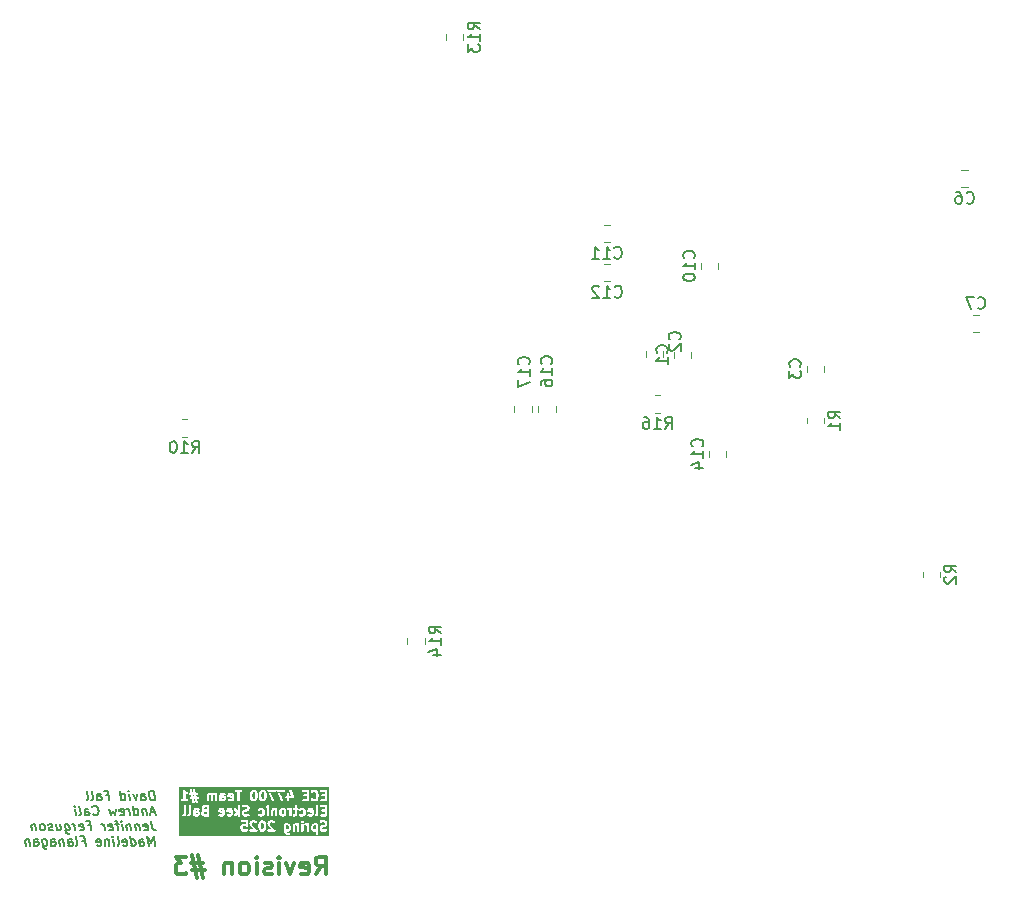
<source format=gbr>
%TF.GenerationSoftware,KiCad,Pcbnew,8.0.7*%
%TF.CreationDate,2025-03-12T15:09:51-04:00*%
%TF.ProjectId,skee-ball,736b6565-2d62-4616-9c6c-2e6b69636164,2*%
%TF.SameCoordinates,Original*%
%TF.FileFunction,Legend,Bot*%
%TF.FilePolarity,Positive*%
%FSLAX46Y46*%
G04 Gerber Fmt 4.6, Leading zero omitted, Abs format (unit mm)*
G04 Created by KiCad (PCBNEW 8.0.7) date 2025-03-12 15:09:51*
%MOMM*%
%LPD*%
G01*
G04 APERTURE LIST*
%ADD10C,0.300000*%
%ADD11C,0.200000*%
%ADD12C,0.187500*%
%ADD13C,0.150000*%
%ADD14C,0.120000*%
G04 APERTURE END LIST*
D10*
X107018346Y-115360828D02*
X107518346Y-114646542D01*
X107875489Y-115360828D02*
X107875489Y-113860828D01*
X107875489Y-113860828D02*
X107304060Y-113860828D01*
X107304060Y-113860828D02*
X107161203Y-113932257D01*
X107161203Y-113932257D02*
X107089774Y-114003685D01*
X107089774Y-114003685D02*
X107018346Y-114146542D01*
X107018346Y-114146542D02*
X107018346Y-114360828D01*
X107018346Y-114360828D02*
X107089774Y-114503685D01*
X107089774Y-114503685D02*
X107161203Y-114575114D01*
X107161203Y-114575114D02*
X107304060Y-114646542D01*
X107304060Y-114646542D02*
X107875489Y-114646542D01*
X105804060Y-115289400D02*
X105946917Y-115360828D01*
X105946917Y-115360828D02*
X106232632Y-115360828D01*
X106232632Y-115360828D02*
X106375489Y-115289400D01*
X106375489Y-115289400D02*
X106446917Y-115146542D01*
X106446917Y-115146542D02*
X106446917Y-114575114D01*
X106446917Y-114575114D02*
X106375489Y-114432257D01*
X106375489Y-114432257D02*
X106232632Y-114360828D01*
X106232632Y-114360828D02*
X105946917Y-114360828D01*
X105946917Y-114360828D02*
X105804060Y-114432257D01*
X105804060Y-114432257D02*
X105732632Y-114575114D01*
X105732632Y-114575114D02*
X105732632Y-114717971D01*
X105732632Y-114717971D02*
X106446917Y-114860828D01*
X105232632Y-114360828D02*
X104875489Y-115360828D01*
X104875489Y-115360828D02*
X104518346Y-114360828D01*
X103946918Y-115360828D02*
X103946918Y-114360828D01*
X103946918Y-113860828D02*
X104018346Y-113932257D01*
X104018346Y-113932257D02*
X103946918Y-114003685D01*
X103946918Y-114003685D02*
X103875489Y-113932257D01*
X103875489Y-113932257D02*
X103946918Y-113860828D01*
X103946918Y-113860828D02*
X103946918Y-114003685D01*
X103304060Y-115289400D02*
X103161203Y-115360828D01*
X103161203Y-115360828D02*
X102875489Y-115360828D01*
X102875489Y-115360828D02*
X102732632Y-115289400D01*
X102732632Y-115289400D02*
X102661203Y-115146542D01*
X102661203Y-115146542D02*
X102661203Y-115075114D01*
X102661203Y-115075114D02*
X102732632Y-114932257D01*
X102732632Y-114932257D02*
X102875489Y-114860828D01*
X102875489Y-114860828D02*
X103089775Y-114860828D01*
X103089775Y-114860828D02*
X103232632Y-114789400D01*
X103232632Y-114789400D02*
X103304060Y-114646542D01*
X103304060Y-114646542D02*
X103304060Y-114575114D01*
X103304060Y-114575114D02*
X103232632Y-114432257D01*
X103232632Y-114432257D02*
X103089775Y-114360828D01*
X103089775Y-114360828D02*
X102875489Y-114360828D01*
X102875489Y-114360828D02*
X102732632Y-114432257D01*
X102018346Y-115360828D02*
X102018346Y-114360828D01*
X102018346Y-113860828D02*
X102089774Y-113932257D01*
X102089774Y-113932257D02*
X102018346Y-114003685D01*
X102018346Y-114003685D02*
X101946917Y-113932257D01*
X101946917Y-113932257D02*
X102018346Y-113860828D01*
X102018346Y-113860828D02*
X102018346Y-114003685D01*
X101089774Y-115360828D02*
X101232631Y-115289400D01*
X101232631Y-115289400D02*
X101304060Y-115217971D01*
X101304060Y-115217971D02*
X101375488Y-115075114D01*
X101375488Y-115075114D02*
X101375488Y-114646542D01*
X101375488Y-114646542D02*
X101304060Y-114503685D01*
X101304060Y-114503685D02*
X101232631Y-114432257D01*
X101232631Y-114432257D02*
X101089774Y-114360828D01*
X101089774Y-114360828D02*
X100875488Y-114360828D01*
X100875488Y-114360828D02*
X100732631Y-114432257D01*
X100732631Y-114432257D02*
X100661203Y-114503685D01*
X100661203Y-114503685D02*
X100589774Y-114646542D01*
X100589774Y-114646542D02*
X100589774Y-115075114D01*
X100589774Y-115075114D02*
X100661203Y-115217971D01*
X100661203Y-115217971D02*
X100732631Y-115289400D01*
X100732631Y-115289400D02*
X100875488Y-115360828D01*
X100875488Y-115360828D02*
X101089774Y-115360828D01*
X99946917Y-114360828D02*
X99946917Y-115360828D01*
X99946917Y-114503685D02*
X99875488Y-114432257D01*
X99875488Y-114432257D02*
X99732631Y-114360828D01*
X99732631Y-114360828D02*
X99518345Y-114360828D01*
X99518345Y-114360828D02*
X99375488Y-114432257D01*
X99375488Y-114432257D02*
X99304060Y-114575114D01*
X99304060Y-114575114D02*
X99304060Y-115360828D01*
X97518345Y-114360828D02*
X96446917Y-114360828D01*
X97089774Y-113717971D02*
X97518345Y-115646542D01*
X96589774Y-115003685D02*
X97661202Y-115003685D01*
X97018345Y-115646542D02*
X96589774Y-113717971D01*
X96089774Y-113860828D02*
X95161202Y-113860828D01*
X95161202Y-113860828D02*
X95661202Y-114432257D01*
X95661202Y-114432257D02*
X95446917Y-114432257D01*
X95446917Y-114432257D02*
X95304060Y-114503685D01*
X95304060Y-114503685D02*
X95232631Y-114575114D01*
X95232631Y-114575114D02*
X95161202Y-114717971D01*
X95161202Y-114717971D02*
X95161202Y-115075114D01*
X95161202Y-115075114D02*
X95232631Y-115217971D01*
X95232631Y-115217971D02*
X95304060Y-115289400D01*
X95304060Y-115289400D02*
X95446917Y-115360828D01*
X95446917Y-115360828D02*
X95875488Y-115360828D01*
X95875488Y-115360828D02*
X96018345Y-115289400D01*
X96018345Y-115289400D02*
X96089774Y-115217971D01*
D11*
G36*
X104698898Y-111238641D02*
G01*
X104714045Y-111253788D01*
X104734326Y-111294348D01*
X104734326Y-111475707D01*
X104714046Y-111516266D01*
X104698897Y-111531415D01*
X104658338Y-111551695D01*
X104553373Y-111551695D01*
X104553373Y-111218361D01*
X104658338Y-111218361D01*
X104698898Y-111238641D01*
G37*
G36*
X107020040Y-111551695D02*
G01*
X106915076Y-111551695D01*
X106874514Y-111531414D01*
X106859368Y-111516268D01*
X106839088Y-111475707D01*
X106839088Y-111294349D01*
X106859368Y-111253788D01*
X106874514Y-111238641D01*
X106915077Y-111218361D01*
X107020040Y-111218361D01*
X107020040Y-111551695D01*
G37*
G36*
X102565564Y-110971975D02*
G01*
X102580710Y-110987120D01*
X102606639Y-111038979D01*
X102639087Y-111168767D01*
X102639087Y-111334622D01*
X102606639Y-111464409D01*
X102580710Y-111516267D01*
X102565563Y-111531415D01*
X102525003Y-111551695D01*
X102496027Y-111551695D01*
X102455465Y-111531414D01*
X102440319Y-111516268D01*
X102414390Y-111464409D01*
X102381944Y-111334624D01*
X102381944Y-111168765D01*
X102414390Y-111038980D01*
X102440319Y-110987121D01*
X102455464Y-110971975D01*
X102496027Y-110951695D01*
X102525003Y-110951695D01*
X102565564Y-110971975D01*
G37*
G36*
X97026456Y-110171608D02*
G01*
X97039088Y-110196871D01*
X97039088Y-110225846D01*
X97026456Y-110251109D01*
X97001195Y-110263740D01*
X96858135Y-110263740D01*
X96858135Y-110158978D01*
X97001195Y-110158978D01*
X97026456Y-110171608D01*
G37*
G36*
X97800992Y-110263740D02*
G01*
X97619837Y-110263740D01*
X97579276Y-110243459D01*
X97564130Y-110228312D01*
X97543849Y-110187752D01*
X97543849Y-110120679D01*
X97564130Y-110080119D01*
X97574059Y-110070189D01*
X97650553Y-110044692D01*
X97800992Y-110044692D01*
X97800992Y-110263740D01*
G37*
G36*
X97800992Y-109844692D02*
G01*
X97657933Y-109844692D01*
X97617370Y-109824411D01*
X97602225Y-109809265D01*
X97581945Y-109768704D01*
X97581945Y-109739727D01*
X97602225Y-109699166D01*
X97617370Y-109684020D01*
X97657933Y-109663740D01*
X97800992Y-109663740D01*
X97800992Y-109844692D01*
G37*
G36*
X99121695Y-109943037D02*
G01*
X99134326Y-109968298D01*
X99134326Y-109975092D01*
X98968301Y-109941888D01*
X98991267Y-109930406D01*
X99096433Y-109930406D01*
X99121695Y-109943037D01*
G37*
G36*
X99807409Y-109943037D02*
G01*
X99820040Y-109968298D01*
X99820040Y-109975092D01*
X99654015Y-109941888D01*
X99676981Y-109930406D01*
X99782147Y-109930406D01*
X99807409Y-109943037D01*
G37*
G36*
X104317946Y-109950686D02*
G01*
X104333093Y-109965833D01*
X104353374Y-110006393D01*
X104353374Y-110187752D01*
X104333094Y-110228311D01*
X104317945Y-110243460D01*
X104277386Y-110263740D01*
X104210314Y-110263740D01*
X104169752Y-110243459D01*
X104154606Y-110228313D01*
X104134326Y-110187752D01*
X104134326Y-110006394D01*
X104154606Y-109965833D01*
X104169752Y-109950686D01*
X104210315Y-109930406D01*
X104277386Y-109930406D01*
X104317946Y-109950686D01*
G37*
G36*
X106664552Y-109943037D02*
G01*
X106677183Y-109968298D01*
X106677183Y-109975092D01*
X106511158Y-109941888D01*
X106534124Y-109930406D01*
X106639290Y-109930406D01*
X106664552Y-109943037D01*
G37*
G36*
X96747756Y-108785309D02*
G01*
X96685969Y-108785309D01*
X96654223Y-108642451D01*
X96716010Y-108642451D01*
X96747756Y-108785309D01*
G37*
G36*
X99235978Y-108883653D02*
G01*
X99248610Y-108908916D01*
X99248610Y-108937891D01*
X99235978Y-108963154D01*
X99210717Y-108975785D01*
X99067657Y-108975785D01*
X99067657Y-108871023D01*
X99210717Y-108871023D01*
X99235978Y-108883653D01*
G37*
G36*
X99921693Y-108655082D02*
G01*
X99934324Y-108680343D01*
X99934324Y-108687137D01*
X99768299Y-108653933D01*
X99791265Y-108642451D01*
X99896431Y-108642451D01*
X99921693Y-108655082D01*
G37*
G36*
X101841754Y-108396065D02*
G01*
X101856900Y-108411210D01*
X101882829Y-108463069D01*
X101915277Y-108592857D01*
X101915277Y-108758712D01*
X101882829Y-108888499D01*
X101856900Y-108940357D01*
X101841753Y-108955505D01*
X101801193Y-108975785D01*
X101772217Y-108975785D01*
X101731655Y-108955504D01*
X101716509Y-108940358D01*
X101690580Y-108888499D01*
X101658134Y-108758714D01*
X101658134Y-108592855D01*
X101690580Y-108463070D01*
X101716509Y-108411211D01*
X101731654Y-108396065D01*
X101772217Y-108375785D01*
X101801193Y-108375785D01*
X101841754Y-108396065D01*
G37*
G36*
X102603659Y-108396065D02*
G01*
X102618805Y-108411210D01*
X102644734Y-108463069D01*
X102677182Y-108592857D01*
X102677182Y-108758712D01*
X102644734Y-108888499D01*
X102618805Y-108940357D01*
X102603658Y-108955505D01*
X102563098Y-108975785D01*
X102534122Y-108975785D01*
X102493560Y-108955504D01*
X102478414Y-108940358D01*
X102452485Y-108888499D01*
X102420039Y-108758714D01*
X102420039Y-108592855D01*
X102452485Y-108463070D01*
X102478414Y-108411211D01*
X102493559Y-108396065D01*
X102534122Y-108375785D01*
X102563098Y-108375785D01*
X102603659Y-108396065D01*
G37*
G36*
X108120041Y-112118361D02*
G01*
X95493387Y-112118361D01*
X95493387Y-111308838D01*
X100658134Y-111308838D01*
X100658134Y-111499314D01*
X100660055Y-111518823D01*
X100661430Y-111522143D01*
X100661685Y-111525727D01*
X100668691Y-111544035D01*
X100706786Y-111620225D01*
X100712070Y-111628621D01*
X100713081Y-111631060D01*
X100715334Y-111633805D01*
X100717229Y-111636816D01*
X100719225Y-111638547D01*
X100725517Y-111646214D01*
X100763612Y-111684310D01*
X100771283Y-111690606D01*
X100773013Y-111692600D01*
X100776018Y-111694491D01*
X100778765Y-111696746D01*
X100781205Y-111697756D01*
X100789603Y-111703043D01*
X100865794Y-111741138D01*
X100884103Y-111748144D01*
X100887685Y-111748398D01*
X100891006Y-111749774D01*
X100910515Y-111751695D01*
X101100991Y-111751695D01*
X101120500Y-111749774D01*
X101123820Y-111748398D01*
X101127404Y-111748144D01*
X101145712Y-111741138D01*
X101221902Y-111703043D01*
X101230300Y-111697756D01*
X101232738Y-111696747D01*
X101235481Y-111694495D01*
X101238493Y-111692600D01*
X101240225Y-111690602D01*
X101247892Y-111684311D01*
X101285988Y-111646215D01*
X101298424Y-111631061D01*
X101313356Y-111595013D01*
X101313356Y-111555995D01*
X101298424Y-111519947D01*
X101270834Y-111492357D01*
X101234786Y-111477425D01*
X101195768Y-111477425D01*
X101159720Y-111492357D01*
X101144566Y-111504793D01*
X101117944Y-111531415D01*
X101077384Y-111551695D01*
X100934122Y-111551695D01*
X100893560Y-111531414D01*
X100878414Y-111516268D01*
X100858134Y-111475707D01*
X100858134Y-111332444D01*
X100878414Y-111291883D01*
X100893559Y-111276737D01*
X100934122Y-111256457D01*
X101077384Y-111256457D01*
X101117945Y-111276737D01*
X101144567Y-111303358D01*
X101159721Y-111315795D01*
X101164374Y-111317722D01*
X101168269Y-111320909D01*
X101182258Y-111325130D01*
X101195769Y-111330726D01*
X101200804Y-111330725D01*
X101205624Y-111332180D01*
X101220172Y-111330725D01*
X101234787Y-111330725D01*
X101239436Y-111328799D01*
X101244449Y-111328298D01*
X101257336Y-111321384D01*
X101270835Y-111315793D01*
X101274394Y-111312233D01*
X101278832Y-111309853D01*
X101288089Y-111298538D01*
X101298425Y-111288203D01*
X101300351Y-111283552D01*
X101303540Y-111279655D01*
X101307762Y-111265659D01*
X101313356Y-111252155D01*
X101313355Y-111247119D01*
X101314810Y-111242300D01*
X101314781Y-111222696D01*
X101292919Y-111004076D01*
X101420039Y-111004076D01*
X101420039Y-111080266D01*
X101421011Y-111090139D01*
X101420824Y-111092773D01*
X101421611Y-111096236D01*
X101421960Y-111099775D01*
X101422971Y-111102217D01*
X101425171Y-111111889D01*
X101463266Y-111226175D01*
X101471257Y-111244075D01*
X101473612Y-111246790D01*
X101474987Y-111250109D01*
X101487423Y-111265263D01*
X101773855Y-111551695D01*
X101520039Y-111551695D01*
X101500530Y-111553616D01*
X101464482Y-111568548D01*
X101436892Y-111596138D01*
X101421960Y-111632186D01*
X101421960Y-111671204D01*
X101436892Y-111707252D01*
X101464482Y-111734842D01*
X101500530Y-111749774D01*
X101520039Y-111751695D01*
X102015277Y-111751695D01*
X102034786Y-111749774D01*
X102070834Y-111734842D01*
X102098424Y-111707252D01*
X102113356Y-111671204D01*
X102113356Y-111632186D01*
X102098424Y-111596138D01*
X102085988Y-111580984D01*
X101661461Y-111156457D01*
X102181944Y-111156457D01*
X102181944Y-111346933D01*
X102182279Y-111350335D01*
X102182062Y-111351794D01*
X102183141Y-111359090D01*
X102183865Y-111366442D01*
X102184430Y-111367806D01*
X102184930Y-111371186D01*
X102223025Y-111523568D01*
X102223538Y-111525006D01*
X102223590Y-111525727D01*
X102226696Y-111533845D01*
X102229620Y-111542028D01*
X102230050Y-111542608D01*
X102230596Y-111544035D01*
X102268691Y-111620225D01*
X102273975Y-111628621D01*
X102274986Y-111631060D01*
X102277239Y-111633805D01*
X102279134Y-111636816D01*
X102281130Y-111638547D01*
X102287422Y-111646214D01*
X102325517Y-111684310D01*
X102333188Y-111690606D01*
X102334918Y-111692600D01*
X102337923Y-111694491D01*
X102340670Y-111696746D01*
X102343110Y-111697756D01*
X102351508Y-111703043D01*
X102427699Y-111741138D01*
X102446008Y-111748144D01*
X102449590Y-111748398D01*
X102452911Y-111749774D01*
X102472420Y-111751695D01*
X102548610Y-111751695D01*
X102568119Y-111749774D01*
X102571439Y-111748398D01*
X102575022Y-111748144D01*
X102593331Y-111741138D01*
X102669522Y-111703043D01*
X102677917Y-111697758D01*
X102680359Y-111696747D01*
X102683107Y-111694491D01*
X102686112Y-111692600D01*
X102687841Y-111690606D01*
X102695513Y-111684310D01*
X102733607Y-111646214D01*
X102739897Y-111638549D01*
X102741896Y-111636816D01*
X102743791Y-111633804D01*
X102746044Y-111631060D01*
X102747054Y-111628621D01*
X102752339Y-111620225D01*
X102790434Y-111544035D01*
X102790979Y-111542610D01*
X102791410Y-111542029D01*
X102794336Y-111533837D01*
X102797440Y-111525727D01*
X102797491Y-111525006D01*
X102798005Y-111523568D01*
X102836101Y-111371187D01*
X102836601Y-111367805D01*
X102837166Y-111366442D01*
X102837889Y-111359093D01*
X102838969Y-111351795D01*
X102838751Y-111350336D01*
X102839087Y-111346933D01*
X102839087Y-111156457D01*
X102838751Y-111153053D01*
X102838969Y-111151595D01*
X102837889Y-111144296D01*
X102837166Y-111136948D01*
X102836601Y-111135584D01*
X102836101Y-111132203D01*
X102804069Y-111004076D01*
X102943849Y-111004076D01*
X102943849Y-111080266D01*
X102944821Y-111090139D01*
X102944634Y-111092773D01*
X102945421Y-111096236D01*
X102945770Y-111099775D01*
X102946781Y-111102217D01*
X102948981Y-111111889D01*
X102987076Y-111226175D01*
X102995067Y-111244075D01*
X102997422Y-111246790D01*
X102998797Y-111250109D01*
X103011233Y-111265263D01*
X103297665Y-111551695D01*
X103043849Y-111551695D01*
X103024340Y-111553616D01*
X102988292Y-111568548D01*
X102960702Y-111596138D01*
X102945770Y-111632186D01*
X102945770Y-111671204D01*
X102960702Y-111707252D01*
X102988292Y-111734842D01*
X103024340Y-111749774D01*
X103043849Y-111751695D01*
X103539087Y-111751695D01*
X103558596Y-111749774D01*
X103594644Y-111734842D01*
X103622234Y-111707252D01*
X103637166Y-111671204D01*
X103637166Y-111632186D01*
X103622234Y-111596138D01*
X103609798Y-111580984D01*
X103169346Y-111140532D01*
X103161956Y-111118361D01*
X104353373Y-111118361D01*
X104353373Y-111765980D01*
X104355294Y-111785489D01*
X104356669Y-111788809D01*
X104356924Y-111792392D01*
X104363930Y-111810701D01*
X104402025Y-111886892D01*
X104407309Y-111895287D01*
X104408321Y-111897729D01*
X104410576Y-111900477D01*
X104412468Y-111903482D01*
X104414461Y-111905211D01*
X104420758Y-111912883D01*
X104458854Y-111950977D01*
X104466518Y-111957267D01*
X104468252Y-111959266D01*
X104471263Y-111961161D01*
X104474008Y-111963414D01*
X104476446Y-111964424D01*
X104484843Y-111969709D01*
X104561033Y-112007804D01*
X104579341Y-112014810D01*
X104582924Y-112015064D01*
X104586245Y-112016440D01*
X104605754Y-112018361D01*
X104720040Y-112018361D01*
X104739549Y-112016440D01*
X104742869Y-112015064D01*
X104746453Y-112014810D01*
X104764761Y-112007804D01*
X104840951Y-111969709D01*
X104857542Y-111959266D01*
X104883106Y-111929789D01*
X104895445Y-111892773D01*
X104892679Y-111853853D01*
X104875230Y-111818954D01*
X104845753Y-111793390D01*
X104808737Y-111781051D01*
X104769817Y-111783817D01*
X104751509Y-111790823D01*
X104696433Y-111818361D01*
X104629361Y-111818361D01*
X104588800Y-111798080D01*
X104573652Y-111782933D01*
X104558034Y-111751695D01*
X104681945Y-111751695D01*
X104701454Y-111749774D01*
X104704774Y-111748398D01*
X104708358Y-111748144D01*
X104726666Y-111741138D01*
X104802856Y-111703043D01*
X104811252Y-111697757D01*
X104813693Y-111696747D01*
X104816438Y-111694493D01*
X104819447Y-111692600D01*
X104821178Y-111690603D01*
X104828847Y-111684310D01*
X104866941Y-111646214D01*
X104873233Y-111638546D01*
X104875229Y-111636816D01*
X104877121Y-111633809D01*
X104879378Y-111631060D01*
X104880389Y-111628617D01*
X104885672Y-111620226D01*
X104923768Y-111544037D01*
X104930775Y-111525728D01*
X104931029Y-111522142D01*
X104932405Y-111518823D01*
X104934326Y-111499314D01*
X104934326Y-111270742D01*
X104932405Y-111251233D01*
X104931029Y-111247913D01*
X104930775Y-111244328D01*
X104926305Y-111232647D01*
X105077183Y-111232647D01*
X105077183Y-111651695D01*
X105079104Y-111671204D01*
X105094036Y-111707252D01*
X105121626Y-111734842D01*
X105157674Y-111749774D01*
X105196692Y-111749774D01*
X105232740Y-111734842D01*
X105260330Y-111707252D01*
X105275262Y-111671204D01*
X105277183Y-111651695D01*
X105277183Y-111256254D01*
X105289813Y-111230992D01*
X105315077Y-111218361D01*
X105382148Y-111218361D01*
X105420040Y-111237307D01*
X105420040Y-111651695D01*
X105421961Y-111671204D01*
X105436893Y-111707252D01*
X105464483Y-111734842D01*
X105500531Y-111749774D01*
X105539549Y-111749774D01*
X105575597Y-111734842D01*
X105603187Y-111707252D01*
X105618119Y-111671204D01*
X105620040Y-111651695D01*
X105620040Y-111118361D01*
X105618119Y-111098852D01*
X105603187Y-111062804D01*
X105575597Y-111035214D01*
X105539549Y-111020282D01*
X105500531Y-111020282D01*
X105464483Y-111035214D01*
X105464010Y-111035686D01*
X105450477Y-111028919D01*
X105432169Y-111021912D01*
X105428583Y-111021657D01*
X105425264Y-111020282D01*
X105405755Y-111018361D01*
X105291469Y-111018361D01*
X105271960Y-111020282D01*
X105268640Y-111021657D01*
X105265055Y-111021912D01*
X105246747Y-111028919D01*
X105170556Y-111067015D01*
X105167294Y-111069067D01*
X105165755Y-111069581D01*
X105163838Y-111071243D01*
X105153966Y-111077457D01*
X105145750Y-111086929D01*
X105136278Y-111095145D01*
X105130063Y-111105018D01*
X105128402Y-111106934D01*
X105127889Y-111108472D01*
X105125835Y-111111736D01*
X105087740Y-111187926D01*
X105080734Y-111206234D01*
X105080479Y-111209817D01*
X105079104Y-111213138D01*
X105077183Y-111232647D01*
X104926305Y-111232647D01*
X104923768Y-111226019D01*
X104885672Y-111149830D01*
X104880388Y-111141437D01*
X104879377Y-111138994D01*
X104877120Y-111136244D01*
X104875229Y-111133240D01*
X104873234Y-111131510D01*
X104866940Y-111123841D01*
X104828846Y-111085746D01*
X104821176Y-111079451D01*
X104819447Y-111077458D01*
X104816440Y-111075565D01*
X104813692Y-111073310D01*
X104811251Y-111072298D01*
X104802857Y-111067015D01*
X104726667Y-111028919D01*
X104708359Y-111021912D01*
X104704773Y-111021657D01*
X104701454Y-111020282D01*
X104681945Y-111018361D01*
X104529564Y-111018361D01*
X104510055Y-111020282D01*
X104506735Y-111021657D01*
X104503150Y-111021912D01*
X104489463Y-111027150D01*
X104472882Y-111020282D01*
X104433864Y-111020282D01*
X104397816Y-111035214D01*
X104370226Y-111062804D01*
X104355294Y-111098852D01*
X104353373Y-111118361D01*
X103161956Y-111118361D01*
X103143849Y-111064039D01*
X103143849Y-111027682D01*
X103164129Y-110987121D01*
X103179274Y-110971975D01*
X103219837Y-110951695D01*
X103363099Y-110951695D01*
X103403660Y-110971975D01*
X103430282Y-110998596D01*
X103445436Y-111011033D01*
X103481484Y-111025964D01*
X103520502Y-111025963D01*
X103556550Y-111011031D01*
X103584140Y-110983441D01*
X103599071Y-110947393D01*
X103599070Y-110908375D01*
X103584138Y-110872326D01*
X103582460Y-110870281D01*
X105764818Y-110870281D01*
X105764818Y-110909299D01*
X105779750Y-110945347D01*
X105792186Y-110960501D01*
X105830281Y-110998595D01*
X105845433Y-111011031D01*
X105845434Y-111011032D01*
X105858833Y-111016582D01*
X105874624Y-111023123D01*
X105845435Y-111035214D01*
X105817845Y-111062804D01*
X105802913Y-111098852D01*
X105800992Y-111118361D01*
X105800992Y-111651695D01*
X105802913Y-111671204D01*
X105817845Y-111707252D01*
X105845435Y-111734842D01*
X105881483Y-111749774D01*
X105920501Y-111749774D01*
X105956549Y-111734842D01*
X105984139Y-111707252D01*
X105999071Y-111671204D01*
X106000992Y-111651695D01*
X106000992Y-111118361D01*
X105999071Y-111098852D01*
X106069580Y-111098852D01*
X106069580Y-111137870D01*
X106084512Y-111173918D01*
X106112102Y-111201508D01*
X106148150Y-111216440D01*
X106167659Y-111218361D01*
X106220243Y-111218361D01*
X106260802Y-111238641D01*
X106275949Y-111253787D01*
X106296230Y-111294349D01*
X106296230Y-111651695D01*
X106298151Y-111671204D01*
X106313083Y-111707252D01*
X106340673Y-111734842D01*
X106376721Y-111749774D01*
X106415739Y-111749774D01*
X106451787Y-111734842D01*
X106479377Y-111707252D01*
X106494309Y-111671204D01*
X106496230Y-111651695D01*
X106496230Y-111270742D01*
X106639088Y-111270742D01*
X106639088Y-111499314D01*
X106641009Y-111518823D01*
X106642384Y-111522143D01*
X106642639Y-111525727D01*
X106649645Y-111544035D01*
X106687740Y-111620225D01*
X106693024Y-111628621D01*
X106694035Y-111631060D01*
X106696288Y-111633805D01*
X106698183Y-111636816D01*
X106700179Y-111638547D01*
X106706471Y-111646214D01*
X106744566Y-111684310D01*
X106752237Y-111690606D01*
X106753967Y-111692600D01*
X106756972Y-111694491D01*
X106759719Y-111696746D01*
X106762159Y-111697756D01*
X106770557Y-111703043D01*
X106846748Y-111741138D01*
X106865057Y-111748144D01*
X106868639Y-111748398D01*
X106871960Y-111749774D01*
X106891469Y-111751695D01*
X107020040Y-111751695D01*
X107020040Y-111918361D01*
X107021961Y-111937870D01*
X107036893Y-111973918D01*
X107064483Y-112001508D01*
X107100531Y-112016440D01*
X107139549Y-112016440D01*
X107175597Y-112001508D01*
X107203187Y-111973918D01*
X107218119Y-111937870D01*
X107220040Y-111918361D01*
X107220040Y-111423123D01*
X107362898Y-111423123D01*
X107362898Y-111499314D01*
X107364819Y-111518823D01*
X107366194Y-111522143D01*
X107366449Y-111525727D01*
X107373455Y-111544035D01*
X107411550Y-111620225D01*
X107416834Y-111628621D01*
X107417845Y-111631060D01*
X107420098Y-111633805D01*
X107421993Y-111636816D01*
X107423989Y-111638547D01*
X107430281Y-111646214D01*
X107468376Y-111684310D01*
X107476047Y-111690606D01*
X107477777Y-111692600D01*
X107480782Y-111694491D01*
X107483529Y-111696746D01*
X107485969Y-111697756D01*
X107494367Y-111703043D01*
X107570558Y-111741138D01*
X107588867Y-111748144D01*
X107592449Y-111748398D01*
X107595770Y-111749774D01*
X107615279Y-111751695D01*
X107805755Y-111751695D01*
X107815628Y-111750722D01*
X107818262Y-111750910D01*
X107821725Y-111750122D01*
X107825264Y-111749774D01*
X107827706Y-111748762D01*
X107837378Y-111746563D01*
X107951664Y-111708468D01*
X107969564Y-111700477D01*
X107999040Y-111674912D01*
X108016490Y-111640013D01*
X108019256Y-111601093D01*
X108006918Y-111564077D01*
X107981353Y-111534601D01*
X107946454Y-111517151D01*
X107907534Y-111514385D01*
X107888419Y-111518732D01*
X107789528Y-111551695D01*
X107638886Y-111551695D01*
X107598324Y-111531414D01*
X107583178Y-111516268D01*
X107562898Y-111475707D01*
X107562898Y-111446730D01*
X107583178Y-111406169D01*
X107598324Y-111391022D01*
X107650185Y-111365092D01*
X107791914Y-111329661D01*
X107793352Y-111329147D01*
X107794073Y-111329096D01*
X107802191Y-111325989D01*
X107810374Y-111323066D01*
X107810954Y-111322635D01*
X107812381Y-111322090D01*
X107888571Y-111283995D01*
X107896969Y-111278708D01*
X107899407Y-111277699D01*
X107902150Y-111275447D01*
X107905162Y-111273552D01*
X107906894Y-111271554D01*
X107914561Y-111265263D01*
X107952655Y-111227168D01*
X107958947Y-111219501D01*
X107960945Y-111217769D01*
X107962838Y-111214760D01*
X107965092Y-111212015D01*
X107966102Y-111209574D01*
X107971387Y-111201179D01*
X108009483Y-111124988D01*
X108016490Y-111106680D01*
X108016744Y-111103094D01*
X108018120Y-111099775D01*
X108020041Y-111080266D01*
X108020041Y-111004076D01*
X108018120Y-110984567D01*
X108016744Y-110981247D01*
X108016490Y-110977662D01*
X108009483Y-110959354D01*
X107971387Y-110883163D01*
X107966102Y-110874767D01*
X107965092Y-110872327D01*
X107962838Y-110869581D01*
X107960945Y-110866573D01*
X107958947Y-110864840D01*
X107952655Y-110857174D01*
X107914561Y-110819079D01*
X107906894Y-110812787D01*
X107905162Y-110810790D01*
X107902150Y-110808894D01*
X107899407Y-110806643D01*
X107896969Y-110805633D01*
X107888571Y-110800347D01*
X107812381Y-110762252D01*
X107794073Y-110755246D01*
X107790489Y-110754991D01*
X107787169Y-110753616D01*
X107767660Y-110751695D01*
X107577183Y-110751695D01*
X107567309Y-110752667D01*
X107564676Y-110752480D01*
X107561212Y-110753267D01*
X107557674Y-110753616D01*
X107555231Y-110754627D01*
X107545560Y-110756827D01*
X107431275Y-110794922D01*
X107413375Y-110802913D01*
X107383899Y-110828478D01*
X107366449Y-110863377D01*
X107363683Y-110902297D01*
X107376021Y-110939313D01*
X107401586Y-110968789D01*
X107436485Y-110986239D01*
X107475405Y-110989005D01*
X107494521Y-110984658D01*
X107593410Y-110951695D01*
X107744053Y-110951695D01*
X107784613Y-110971975D01*
X107799760Y-110987121D01*
X107820041Y-111027683D01*
X107820041Y-111056658D01*
X107799760Y-111097220D01*
X107784613Y-111112366D01*
X107732755Y-111138295D01*
X107591026Y-111173728D01*
X107589588Y-111174241D01*
X107588865Y-111174293D01*
X107580744Y-111177401D01*
X107572565Y-111180323D01*
X107571983Y-111180754D01*
X107570557Y-111181300D01*
X107494366Y-111219396D01*
X107485970Y-111224680D01*
X107483530Y-111225691D01*
X107480784Y-111227944D01*
X107477776Y-111229838D01*
X107476043Y-111231835D01*
X107468377Y-111238128D01*
X107430282Y-111276222D01*
X107423990Y-111283888D01*
X107421993Y-111285621D01*
X107420097Y-111288632D01*
X107417846Y-111291376D01*
X107416836Y-111293813D01*
X107411550Y-111302212D01*
X107373455Y-111378402D01*
X107366449Y-111396710D01*
X107366194Y-111400293D01*
X107364819Y-111403614D01*
X107362898Y-111423123D01*
X107220040Y-111423123D01*
X107220040Y-111118361D01*
X107218119Y-111098852D01*
X107203187Y-111062804D01*
X107175597Y-111035214D01*
X107139549Y-111020282D01*
X107100531Y-111020282D01*
X107083950Y-111027150D01*
X107070264Y-111021912D01*
X107066678Y-111021657D01*
X107063359Y-111020282D01*
X107043850Y-111018361D01*
X106891469Y-111018361D01*
X106871960Y-111020282D01*
X106868640Y-111021657D01*
X106865055Y-111021912D01*
X106846747Y-111028919D01*
X106770556Y-111067015D01*
X106762160Y-111072299D01*
X106759720Y-111073310D01*
X106756974Y-111075563D01*
X106753966Y-111077457D01*
X106752233Y-111079454D01*
X106744567Y-111085747D01*
X106706472Y-111123841D01*
X106700180Y-111131507D01*
X106698183Y-111133240D01*
X106696287Y-111136251D01*
X106694036Y-111138995D01*
X106693026Y-111141432D01*
X106687740Y-111149831D01*
X106649645Y-111226021D01*
X106642639Y-111244329D01*
X106642384Y-111247912D01*
X106641009Y-111251233D01*
X106639088Y-111270742D01*
X106496230Y-111270742D01*
X106496230Y-111118361D01*
X106494309Y-111098852D01*
X106479377Y-111062804D01*
X106451787Y-111035214D01*
X106415739Y-111020282D01*
X106376721Y-111020282D01*
X106340673Y-111035214D01*
X106327502Y-111048384D01*
X106288571Y-111028919D01*
X106270262Y-111021912D01*
X106266678Y-111021657D01*
X106263358Y-111020282D01*
X106243849Y-111018361D01*
X106167659Y-111018361D01*
X106148150Y-111020282D01*
X106112102Y-111035214D01*
X106084512Y-111062804D01*
X106069580Y-111098852D01*
X105999071Y-111098852D01*
X105984139Y-111062804D01*
X105956549Y-111035214D01*
X105927359Y-111023123D01*
X105943151Y-111016582D01*
X105956548Y-111011033D01*
X105971702Y-110998597D01*
X106009798Y-110960502D01*
X106022234Y-110945349D01*
X106022234Y-110945347D01*
X106022236Y-110945346D01*
X106037167Y-110909298D01*
X106037166Y-110889790D01*
X106037167Y-110870282D01*
X106022236Y-110834234D01*
X106022234Y-110834232D01*
X106022234Y-110834231D01*
X106009798Y-110819078D01*
X105971702Y-110780983D01*
X105956548Y-110768547D01*
X105935432Y-110759800D01*
X105920501Y-110753616D01*
X105881483Y-110753616D01*
X105860634Y-110762252D01*
X105857786Y-110763432D01*
X105845434Y-110768548D01*
X105830281Y-110780985D01*
X105792186Y-110819079D01*
X105779752Y-110834231D01*
X105779750Y-110834233D01*
X105764818Y-110870281D01*
X103582460Y-110870281D01*
X103571702Y-110857173D01*
X103533606Y-110819078D01*
X103525939Y-110812786D01*
X103524208Y-110810790D01*
X103521197Y-110808895D01*
X103518452Y-110806642D01*
X103516013Y-110805631D01*
X103507617Y-110800347D01*
X103431427Y-110762252D01*
X103413119Y-110755246D01*
X103409535Y-110754991D01*
X103406215Y-110753616D01*
X103386706Y-110751695D01*
X103196230Y-110751695D01*
X103176721Y-110753616D01*
X103173400Y-110754991D01*
X103169818Y-110755246D01*
X103151509Y-110762252D01*
X103075318Y-110800347D01*
X103066922Y-110805631D01*
X103064481Y-110806643D01*
X103061733Y-110808898D01*
X103058728Y-110810790D01*
X103056997Y-110812785D01*
X103049328Y-110819080D01*
X103011233Y-110857174D01*
X103004938Y-110864843D01*
X103002944Y-110866574D01*
X103001050Y-110869581D01*
X102998797Y-110872328D01*
X102997786Y-110874767D01*
X102992501Y-110883164D01*
X102954406Y-110959355D01*
X102947400Y-110977664D01*
X102947145Y-110981246D01*
X102945770Y-110984567D01*
X102943849Y-111004076D01*
X102804069Y-111004076D01*
X102798005Y-110979822D01*
X102797491Y-110978383D01*
X102797440Y-110977664D01*
X102794339Y-110969561D01*
X102791410Y-110961361D01*
X102790979Y-110960779D01*
X102790434Y-110959355D01*
X102752339Y-110883164D01*
X102747054Y-110874768D01*
X102746043Y-110872327D01*
X102743787Y-110869579D01*
X102741896Y-110866574D01*
X102739900Y-110864843D01*
X102733606Y-110857174D01*
X102695512Y-110819079D01*
X102687842Y-110812784D01*
X102686112Y-110810790D01*
X102683104Y-110808896D01*
X102680358Y-110806643D01*
X102677918Y-110805632D01*
X102669522Y-110800347D01*
X102593331Y-110762252D01*
X102575022Y-110755246D01*
X102571439Y-110754991D01*
X102568119Y-110753616D01*
X102548610Y-110751695D01*
X102472420Y-110751695D01*
X102452911Y-110753616D01*
X102449590Y-110754991D01*
X102446008Y-110755246D01*
X102427699Y-110762252D01*
X102351508Y-110800347D01*
X102343112Y-110805631D01*
X102340671Y-110806643D01*
X102337923Y-110808898D01*
X102334918Y-110810790D01*
X102333187Y-110812785D01*
X102325518Y-110819080D01*
X102287423Y-110857174D01*
X102281128Y-110864843D01*
X102279134Y-110866574D01*
X102277240Y-110869581D01*
X102274987Y-110872328D01*
X102273976Y-110874767D01*
X102268691Y-110883164D01*
X102230596Y-110959355D01*
X102230050Y-110960781D01*
X102229620Y-110961362D01*
X102226693Y-110969553D01*
X102223590Y-110977664D01*
X102223538Y-110978383D01*
X102223025Y-110979822D01*
X102184930Y-111132204D01*
X102184430Y-111135583D01*
X102183865Y-111136948D01*
X102183141Y-111144299D01*
X102182062Y-111151596D01*
X102182279Y-111153054D01*
X102181944Y-111156457D01*
X101661461Y-111156457D01*
X101645536Y-111140532D01*
X101620039Y-111064039D01*
X101620039Y-111027682D01*
X101640319Y-110987121D01*
X101655464Y-110971975D01*
X101696027Y-110951695D01*
X101839289Y-110951695D01*
X101879850Y-110971975D01*
X101906472Y-110998596D01*
X101921626Y-111011033D01*
X101957674Y-111025964D01*
X101996692Y-111025963D01*
X102032740Y-111011031D01*
X102060330Y-110983441D01*
X102075261Y-110947393D01*
X102075260Y-110908375D01*
X102060328Y-110872326D01*
X102047892Y-110857173D01*
X102009796Y-110819078D01*
X102002129Y-110812786D01*
X102000398Y-110810790D01*
X101997387Y-110808895D01*
X101994642Y-110806642D01*
X101992203Y-110805631D01*
X101983807Y-110800347D01*
X101907617Y-110762252D01*
X101889309Y-110755246D01*
X101885725Y-110754991D01*
X101882405Y-110753616D01*
X101862896Y-110751695D01*
X101672420Y-110751695D01*
X101652911Y-110753616D01*
X101649590Y-110754991D01*
X101646008Y-110755246D01*
X101627699Y-110762252D01*
X101551508Y-110800347D01*
X101543112Y-110805631D01*
X101540671Y-110806643D01*
X101537923Y-110808898D01*
X101534918Y-110810790D01*
X101533187Y-110812785D01*
X101525518Y-110819080D01*
X101487423Y-110857174D01*
X101481128Y-110864843D01*
X101479134Y-110866574D01*
X101477240Y-110869581D01*
X101474987Y-110872328D01*
X101473976Y-110874767D01*
X101468691Y-110883164D01*
X101430596Y-110959355D01*
X101423590Y-110977664D01*
X101423335Y-110981246D01*
X101421960Y-110984567D01*
X101420039Y-111004076D01*
X101292919Y-111004076D01*
X101276685Y-110841744D01*
X101275260Y-110834635D01*
X101275260Y-110832186D01*
X101274308Y-110829889D01*
X101272832Y-110822523D01*
X101265921Y-110809640D01*
X101260328Y-110796138D01*
X101256767Y-110792577D01*
X101254387Y-110788140D01*
X101243072Y-110778882D01*
X101232738Y-110768548D01*
X101228087Y-110766621D01*
X101224189Y-110763432D01*
X101210194Y-110759209D01*
X101196690Y-110753616D01*
X101189213Y-110752879D01*
X101186834Y-110752162D01*
X101184397Y-110752405D01*
X101177181Y-110751695D01*
X100796229Y-110751695D01*
X100776720Y-110753616D01*
X100740672Y-110768548D01*
X100713082Y-110796138D01*
X100698150Y-110832186D01*
X100698150Y-110871204D01*
X100713082Y-110907252D01*
X100740672Y-110934842D01*
X100776720Y-110949774D01*
X100796229Y-110951695D01*
X101086682Y-110951695D01*
X101097159Y-111056457D01*
X100910515Y-111056457D01*
X100891006Y-111058378D01*
X100887685Y-111059753D01*
X100884103Y-111060008D01*
X100865794Y-111067014D01*
X100789603Y-111105109D01*
X100781207Y-111110393D01*
X100778766Y-111111405D01*
X100776018Y-111113660D01*
X100773013Y-111115552D01*
X100771282Y-111117547D01*
X100763613Y-111123842D01*
X100725518Y-111161936D01*
X100719223Y-111169605D01*
X100717229Y-111171336D01*
X100715335Y-111174343D01*
X100713082Y-111177090D01*
X100712071Y-111179529D01*
X100706786Y-111187926D01*
X100668691Y-111264117D01*
X100661685Y-111282426D01*
X100661430Y-111286008D01*
X100660055Y-111289329D01*
X100658134Y-111308838D01*
X95493387Y-111308838D01*
X95493387Y-110351233D01*
X95744634Y-110351233D01*
X95747400Y-110390153D01*
X95764849Y-110425052D01*
X95794326Y-110450616D01*
X95831342Y-110462955D01*
X95870262Y-110460189D01*
X95888570Y-110453183D01*
X95964760Y-110415088D01*
X95968022Y-110413034D01*
X95969563Y-110412521D01*
X95971480Y-110410857D01*
X95981351Y-110404645D01*
X95989567Y-110395170D01*
X95999039Y-110386956D01*
X96005252Y-110377084D01*
X96006915Y-110375168D01*
X96007428Y-110373629D01*
X96009482Y-110370366D01*
X96019048Y-110351233D01*
X96163682Y-110351233D01*
X96166448Y-110390153D01*
X96183897Y-110425052D01*
X96213374Y-110450616D01*
X96250390Y-110462955D01*
X96289310Y-110460189D01*
X96307618Y-110453183D01*
X96383808Y-110415088D01*
X96387070Y-110413034D01*
X96388611Y-110412521D01*
X96390528Y-110410857D01*
X96400399Y-110404645D01*
X96408615Y-110395170D01*
X96418087Y-110386956D01*
X96424300Y-110377084D01*
X96425963Y-110375168D01*
X96426476Y-110373629D01*
X96428530Y-110370366D01*
X96466625Y-110294175D01*
X96473631Y-110275866D01*
X96473885Y-110272283D01*
X96475261Y-110268963D01*
X96477182Y-110249454D01*
X96477182Y-109944692D01*
X96658135Y-109944692D01*
X96658135Y-110363740D01*
X96660056Y-110383249D01*
X96674988Y-110419297D01*
X96702578Y-110446887D01*
X96738626Y-110461819D01*
X96777644Y-110461819D01*
X96794224Y-110454950D01*
X96807914Y-110460189D01*
X96811496Y-110460443D01*
X96814817Y-110461819D01*
X96834326Y-110463740D01*
X97024802Y-110463740D01*
X97044311Y-110461819D01*
X97047631Y-110460443D01*
X97051215Y-110460189D01*
X97069523Y-110453183D01*
X97145713Y-110415088D01*
X97148976Y-110413033D01*
X97150515Y-110412521D01*
X97152430Y-110410859D01*
X97162304Y-110404645D01*
X97170519Y-110395172D01*
X97179992Y-110386957D01*
X97186205Y-110377084D01*
X97187868Y-110375168D01*
X97188381Y-110373628D01*
X97190434Y-110370367D01*
X97228530Y-110294176D01*
X97235537Y-110275868D01*
X97235791Y-110272282D01*
X97237167Y-110268963D01*
X97239088Y-110249454D01*
X97239088Y-110173264D01*
X97237167Y-110153755D01*
X97235791Y-110150435D01*
X97235537Y-110146850D01*
X97228530Y-110128542D01*
X97212795Y-110097073D01*
X97343849Y-110097073D01*
X97343849Y-110211359D01*
X97345770Y-110230868D01*
X97347145Y-110234187D01*
X97347400Y-110237773D01*
X97354407Y-110256081D01*
X97392503Y-110332271D01*
X97397785Y-110340662D01*
X97398797Y-110343105D01*
X97401053Y-110345855D01*
X97402946Y-110348861D01*
X97404939Y-110350589D01*
X97411233Y-110358259D01*
X97449328Y-110396355D01*
X97456996Y-110402648D01*
X97458728Y-110404645D01*
X97461736Y-110406538D01*
X97464481Y-110408791D01*
X97466919Y-110409801D01*
X97475319Y-110415088D01*
X97551509Y-110453183D01*
X97569817Y-110460189D01*
X97573400Y-110460443D01*
X97576721Y-110461819D01*
X97596230Y-110463740D01*
X97900992Y-110463740D01*
X97920501Y-110461819D01*
X97956549Y-110446887D01*
X97984139Y-110419297D01*
X97999071Y-110383249D01*
X98000992Y-110363740D01*
X98000992Y-109944692D01*
X98753373Y-109944692D01*
X98753373Y-110020883D01*
X98755294Y-110040392D01*
X98759043Y-110049444D01*
X98760945Y-110059055D01*
X98766436Y-110067292D01*
X98770226Y-110076440D01*
X98777154Y-110083368D01*
X98782589Y-110091520D01*
X98790814Y-110097028D01*
X98797816Y-110104030D01*
X98806867Y-110107779D01*
X98815008Y-110113231D01*
X98833762Y-110118941D01*
X98833861Y-110118960D01*
X98833864Y-110118962D01*
X98833867Y-110118962D01*
X99134326Y-110179053D01*
X99134326Y-110225846D01*
X99121694Y-110251109D01*
X99096433Y-110263740D01*
X98991266Y-110263740D01*
X98936189Y-110236202D01*
X98917880Y-110229196D01*
X98878960Y-110226430D01*
X98841944Y-110238769D01*
X98812468Y-110264334D01*
X98795019Y-110299233D01*
X98792253Y-110338153D01*
X98804592Y-110375169D01*
X98830157Y-110404645D01*
X98846747Y-110415088D01*
X98922938Y-110453183D01*
X98941247Y-110460189D01*
X98944829Y-110460443D01*
X98948150Y-110461819D01*
X98967659Y-110463740D01*
X99120040Y-110463740D01*
X99139549Y-110461819D01*
X99142869Y-110460443D01*
X99146453Y-110460189D01*
X99164761Y-110453183D01*
X99240951Y-110415088D01*
X99244214Y-110413033D01*
X99245753Y-110412521D01*
X99247668Y-110410859D01*
X99257542Y-110404645D01*
X99265757Y-110395172D01*
X99275230Y-110386957D01*
X99281443Y-110377084D01*
X99283106Y-110375168D01*
X99283619Y-110373628D01*
X99285672Y-110370367D01*
X99323768Y-110294176D01*
X99330775Y-110275868D01*
X99331029Y-110272282D01*
X99332405Y-110268963D01*
X99334326Y-110249454D01*
X99334326Y-109944692D01*
X99439087Y-109944692D01*
X99439087Y-110020883D01*
X99441008Y-110040392D01*
X99444757Y-110049444D01*
X99446659Y-110059055D01*
X99452150Y-110067292D01*
X99455940Y-110076440D01*
X99462868Y-110083368D01*
X99468303Y-110091520D01*
X99476528Y-110097028D01*
X99483530Y-110104030D01*
X99492581Y-110107779D01*
X99500722Y-110113231D01*
X99519476Y-110118941D01*
X99519575Y-110118960D01*
X99519578Y-110118962D01*
X99519581Y-110118962D01*
X99820040Y-110179053D01*
X99820040Y-110225846D01*
X99807408Y-110251109D01*
X99782147Y-110263740D01*
X99676980Y-110263740D01*
X99621903Y-110236202D01*
X99603594Y-110229196D01*
X99564674Y-110226430D01*
X99527658Y-110238769D01*
X99498182Y-110264334D01*
X99480733Y-110299233D01*
X99477967Y-110338153D01*
X99490306Y-110375169D01*
X99515871Y-110404645D01*
X99532461Y-110415088D01*
X99608652Y-110453183D01*
X99626961Y-110460189D01*
X99630543Y-110460443D01*
X99633864Y-110461819D01*
X99653373Y-110463740D01*
X99805754Y-110463740D01*
X99825263Y-110461819D01*
X99828583Y-110460443D01*
X99832167Y-110460189D01*
X99850475Y-110453183D01*
X99926665Y-110415088D01*
X99929928Y-110413033D01*
X99931467Y-110412521D01*
X99933382Y-110410859D01*
X99943256Y-110404645D01*
X99951471Y-110395172D01*
X99960944Y-110386957D01*
X99967157Y-110377084D01*
X99968820Y-110375168D01*
X99969333Y-110373628D01*
X99971386Y-110370367D01*
X99977421Y-110358297D01*
X100124949Y-110358297D01*
X100130467Y-110396923D01*
X100150346Y-110430498D01*
X100181561Y-110453909D01*
X100219358Y-110463592D01*
X100257984Y-110458074D01*
X100291559Y-110438195D01*
X100304801Y-110423740D01*
X100429563Y-110257391D01*
X100429563Y-110363740D01*
X100431484Y-110383249D01*
X100446416Y-110419297D01*
X100474006Y-110446887D01*
X100510054Y-110461819D01*
X100549072Y-110461819D01*
X100585120Y-110446887D01*
X100612710Y-110419297D01*
X100627642Y-110383249D01*
X100629563Y-110363740D01*
X100629563Y-110135168D01*
X100772421Y-110135168D01*
X100772421Y-110211359D01*
X100774342Y-110230868D01*
X100775717Y-110234188D01*
X100775972Y-110237772D01*
X100782978Y-110256080D01*
X100821073Y-110332270D01*
X100826357Y-110340666D01*
X100827368Y-110343105D01*
X100829621Y-110345850D01*
X100831516Y-110348861D01*
X100833512Y-110350592D01*
X100839804Y-110358259D01*
X100877899Y-110396355D01*
X100885570Y-110402651D01*
X100887300Y-110404645D01*
X100890305Y-110406536D01*
X100893052Y-110408791D01*
X100895492Y-110409801D01*
X100903890Y-110415088D01*
X100980081Y-110453183D01*
X100998390Y-110460189D01*
X101001972Y-110460443D01*
X101005293Y-110461819D01*
X101024802Y-110463740D01*
X101215278Y-110463740D01*
X101225151Y-110462767D01*
X101227785Y-110462955D01*
X101231248Y-110462167D01*
X101234787Y-110461819D01*
X101237229Y-110460807D01*
X101246901Y-110458608D01*
X101361187Y-110420513D01*
X101379087Y-110412522D01*
X101408563Y-110386957D01*
X101426013Y-110352058D01*
X101428779Y-110313138D01*
X101416441Y-110276122D01*
X101390876Y-110246646D01*
X101355977Y-110229196D01*
X101317057Y-110226430D01*
X101297942Y-110230777D01*
X101199051Y-110263740D01*
X101048409Y-110263740D01*
X101007847Y-110243459D01*
X100992701Y-110228313D01*
X100972421Y-110187752D01*
X100972421Y-110158775D01*
X100992701Y-110118214D01*
X101007847Y-110103067D01*
X101059708Y-110077137D01*
X101201437Y-110041706D01*
X101202875Y-110041192D01*
X101203596Y-110041141D01*
X101211714Y-110038034D01*
X101219897Y-110035111D01*
X101220477Y-110034680D01*
X101221904Y-110034135D01*
X101298094Y-109996040D01*
X101306492Y-109990753D01*
X101308930Y-109989744D01*
X101311673Y-109987492D01*
X101314685Y-109985597D01*
X101316417Y-109983599D01*
X101324084Y-109977308D01*
X101362178Y-109939213D01*
X101368470Y-109931546D01*
X101370468Y-109929814D01*
X101372361Y-109926805D01*
X101374615Y-109924060D01*
X101375625Y-109921619D01*
X101380910Y-109913224D01*
X101409525Y-109855995D01*
X102144634Y-109855995D01*
X102147400Y-109894915D01*
X102164849Y-109929814D01*
X102194326Y-109955378D01*
X102231342Y-109967717D01*
X102270262Y-109964951D01*
X102288571Y-109957944D01*
X102343648Y-109930406D01*
X102448814Y-109930406D01*
X102489374Y-109950686D01*
X102504521Y-109965833D01*
X102524802Y-110006393D01*
X102524802Y-110187752D01*
X102504522Y-110228311D01*
X102489373Y-110243460D01*
X102448814Y-110263740D01*
X102343647Y-110263740D01*
X102288570Y-110236202D01*
X102270261Y-110229196D01*
X102231341Y-110226430D01*
X102194325Y-110238769D01*
X102164849Y-110264334D01*
X102147400Y-110299233D01*
X102144634Y-110338153D01*
X102156973Y-110375169D01*
X102182538Y-110404645D01*
X102199128Y-110415088D01*
X102275319Y-110453183D01*
X102293628Y-110460189D01*
X102297210Y-110460443D01*
X102300531Y-110461819D01*
X102320040Y-110463740D01*
X102472421Y-110463740D01*
X102491930Y-110461819D01*
X102495250Y-110460443D01*
X102498834Y-110460189D01*
X102517142Y-110453183D01*
X102593332Y-110415088D01*
X102601728Y-110409802D01*
X102604169Y-110408792D01*
X102606914Y-110406538D01*
X102609923Y-110404645D01*
X102611654Y-110402648D01*
X102619323Y-110396355D01*
X102657417Y-110358259D01*
X102663709Y-110350591D01*
X102665705Y-110348861D01*
X102667597Y-110345854D01*
X102669854Y-110343105D01*
X102670865Y-110340662D01*
X102676148Y-110332271D01*
X102714244Y-110256082D01*
X102721251Y-110237773D01*
X102721505Y-110234187D01*
X102722881Y-110230868D01*
X102724802Y-110211359D01*
X102724802Y-109982787D01*
X102722881Y-109963278D01*
X102721505Y-109959958D01*
X102721251Y-109956373D01*
X102714244Y-109938064D01*
X102676148Y-109861875D01*
X102670864Y-109853482D01*
X102669853Y-109851039D01*
X102667596Y-109848289D01*
X102665705Y-109845285D01*
X102663710Y-109843555D01*
X102657416Y-109835886D01*
X102619322Y-109797791D01*
X102611652Y-109791496D01*
X102609923Y-109789503D01*
X102606916Y-109787610D01*
X102604168Y-109785355D01*
X102601727Y-109784343D01*
X102593333Y-109779060D01*
X102517143Y-109740964D01*
X102498835Y-109733957D01*
X102495249Y-109733702D01*
X102491930Y-109732327D01*
X102472421Y-109730406D01*
X102320040Y-109730406D01*
X102300531Y-109732327D01*
X102297211Y-109733702D01*
X102293626Y-109733957D01*
X102275318Y-109740964D01*
X102199127Y-109779060D01*
X102182537Y-109789502D01*
X102156973Y-109818979D01*
X102144634Y-109855995D01*
X101409525Y-109855995D01*
X101419006Y-109837033D01*
X101426013Y-109818725D01*
X101426267Y-109815139D01*
X101427643Y-109811820D01*
X101429564Y-109792311D01*
X101429564Y-109716121D01*
X101427643Y-109696612D01*
X101426267Y-109693292D01*
X101426013Y-109689707D01*
X101419006Y-109671399D01*
X101380910Y-109595208D01*
X101375625Y-109586812D01*
X101374615Y-109584372D01*
X101372936Y-109582326D01*
X102831484Y-109582326D01*
X102831484Y-109621344D01*
X102846416Y-109657392D01*
X102858852Y-109672546D01*
X102896947Y-109710640D01*
X102912100Y-109723077D01*
X102925499Y-109728627D01*
X102941290Y-109735168D01*
X102912101Y-109747259D01*
X102884511Y-109774849D01*
X102869579Y-109810897D01*
X102867658Y-109830406D01*
X102867658Y-110363740D01*
X102869579Y-110383249D01*
X102884511Y-110419297D01*
X102912101Y-110446887D01*
X102948149Y-110461819D01*
X102987167Y-110461819D01*
X103023215Y-110446887D01*
X103050805Y-110419297D01*
X103065737Y-110383249D01*
X103067658Y-110363740D01*
X103067658Y-109944692D01*
X103248611Y-109944692D01*
X103248611Y-110363740D01*
X103250532Y-110383249D01*
X103265464Y-110419297D01*
X103293054Y-110446887D01*
X103329102Y-110461819D01*
X103368120Y-110461819D01*
X103404168Y-110446887D01*
X103431758Y-110419297D01*
X103446690Y-110383249D01*
X103448611Y-110363740D01*
X103448611Y-109968299D01*
X103461241Y-109943037D01*
X103486505Y-109930406D01*
X103553576Y-109930406D01*
X103591468Y-109949352D01*
X103591468Y-110363740D01*
X103593389Y-110383249D01*
X103608321Y-110419297D01*
X103635911Y-110446887D01*
X103671959Y-110461819D01*
X103710977Y-110461819D01*
X103747025Y-110446887D01*
X103774615Y-110419297D01*
X103789547Y-110383249D01*
X103791468Y-110363740D01*
X103791468Y-109982787D01*
X103934326Y-109982787D01*
X103934326Y-110211359D01*
X103936247Y-110230868D01*
X103937622Y-110234188D01*
X103937877Y-110237772D01*
X103944883Y-110256080D01*
X103982978Y-110332270D01*
X103988262Y-110340666D01*
X103989273Y-110343105D01*
X103991526Y-110345850D01*
X103993421Y-110348861D01*
X103995417Y-110350592D01*
X104001709Y-110358259D01*
X104039804Y-110396355D01*
X104047475Y-110402651D01*
X104049205Y-110404645D01*
X104052210Y-110406536D01*
X104054957Y-110408791D01*
X104057397Y-110409801D01*
X104065795Y-110415088D01*
X104141986Y-110453183D01*
X104160295Y-110460189D01*
X104163877Y-110460443D01*
X104167198Y-110461819D01*
X104186707Y-110463740D01*
X104300993Y-110463740D01*
X104320502Y-110461819D01*
X104323822Y-110460443D01*
X104327406Y-110460189D01*
X104345714Y-110453183D01*
X104421904Y-110415088D01*
X104430300Y-110409802D01*
X104432741Y-110408792D01*
X104435486Y-110406538D01*
X104438495Y-110404645D01*
X104440226Y-110402648D01*
X104447895Y-110396355D01*
X104485989Y-110358259D01*
X104492281Y-110350591D01*
X104494277Y-110348861D01*
X104496169Y-110345854D01*
X104498426Y-110343105D01*
X104499437Y-110340662D01*
X104504720Y-110332271D01*
X104542816Y-110256082D01*
X104549823Y-110237773D01*
X104550077Y-110234187D01*
X104551453Y-110230868D01*
X104553374Y-110211359D01*
X104553374Y-109982787D01*
X104551453Y-109963278D01*
X104550077Y-109959958D01*
X104549823Y-109956373D01*
X104542816Y-109938064D01*
X104504720Y-109861875D01*
X104499436Y-109853482D01*
X104498425Y-109851039D01*
X104496168Y-109848289D01*
X104494277Y-109845285D01*
X104492282Y-109843555D01*
X104485988Y-109835886D01*
X104461000Y-109810897D01*
X104583866Y-109810897D01*
X104583866Y-109849915D01*
X104598798Y-109885963D01*
X104626388Y-109913553D01*
X104662436Y-109928485D01*
X104681945Y-109930406D01*
X104734529Y-109930406D01*
X104775088Y-109950686D01*
X104790235Y-109965832D01*
X104810516Y-110006394D01*
X104810516Y-110363740D01*
X104812437Y-110383249D01*
X104827369Y-110419297D01*
X104854959Y-110446887D01*
X104891007Y-110461819D01*
X104930025Y-110461819D01*
X104966073Y-110446887D01*
X104993663Y-110419297D01*
X105008595Y-110383249D01*
X105010516Y-110363740D01*
X105010516Y-109830406D01*
X105008595Y-109810897D01*
X105079104Y-109810897D01*
X105079104Y-109849915D01*
X105094036Y-109885963D01*
X105121626Y-109913553D01*
X105157674Y-109928485D01*
X105177183Y-109930406D01*
X105267659Y-109930406D01*
X105267659Y-110225847D01*
X105255028Y-110251109D01*
X105229767Y-110263740D01*
X105177183Y-110263740D01*
X105157674Y-110265661D01*
X105121626Y-110280593D01*
X105094036Y-110308183D01*
X105079104Y-110344231D01*
X105079104Y-110383249D01*
X105094036Y-110419297D01*
X105121626Y-110446887D01*
X105157674Y-110461819D01*
X105177183Y-110463740D01*
X105253374Y-110463740D01*
X105272883Y-110461819D01*
X105276203Y-110460443D01*
X105279787Y-110460189D01*
X105298095Y-110453183D01*
X105374285Y-110415088D01*
X105377547Y-110413034D01*
X105379088Y-110412521D01*
X105381005Y-110410857D01*
X105390876Y-110404645D01*
X105399092Y-110395170D01*
X105408564Y-110386956D01*
X105414777Y-110377084D01*
X105416440Y-110375168D01*
X105416953Y-110373629D01*
X105419007Y-110370366D01*
X105457102Y-110294175D01*
X105464108Y-110275866D01*
X105464362Y-110272283D01*
X105465738Y-110268963D01*
X105467659Y-110249454D01*
X105467659Y-109930406D01*
X105481945Y-109930406D01*
X105501454Y-109928485D01*
X105537502Y-109913553D01*
X105565092Y-109885963D01*
X105577506Y-109855995D01*
X105611301Y-109855995D01*
X105614067Y-109894915D01*
X105631516Y-109929814D01*
X105660993Y-109955378D01*
X105698009Y-109967717D01*
X105736929Y-109964951D01*
X105755238Y-109957944D01*
X105810315Y-109930406D01*
X105915481Y-109930406D01*
X105956041Y-109950686D01*
X105971188Y-109965833D01*
X105991469Y-110006393D01*
X105991469Y-110187752D01*
X105971189Y-110228311D01*
X105956040Y-110243460D01*
X105915481Y-110263740D01*
X105810314Y-110263740D01*
X105755237Y-110236202D01*
X105736928Y-110229196D01*
X105698008Y-110226430D01*
X105660992Y-110238769D01*
X105631516Y-110264334D01*
X105614067Y-110299233D01*
X105611301Y-110338153D01*
X105623640Y-110375169D01*
X105649205Y-110404645D01*
X105665795Y-110415088D01*
X105741986Y-110453183D01*
X105760295Y-110460189D01*
X105763877Y-110460443D01*
X105767198Y-110461819D01*
X105786707Y-110463740D01*
X105939088Y-110463740D01*
X105958597Y-110461819D01*
X105961917Y-110460443D01*
X105965501Y-110460189D01*
X105983809Y-110453183D01*
X106059999Y-110415088D01*
X106068395Y-110409802D01*
X106070836Y-110408792D01*
X106073581Y-110406538D01*
X106076590Y-110404645D01*
X106078321Y-110402648D01*
X106085990Y-110396355D01*
X106124084Y-110358259D01*
X106130376Y-110350591D01*
X106132372Y-110348861D01*
X106134264Y-110345854D01*
X106136521Y-110343105D01*
X106137532Y-110340662D01*
X106142815Y-110332271D01*
X106180911Y-110256082D01*
X106187918Y-110237773D01*
X106188172Y-110234187D01*
X106189548Y-110230868D01*
X106191469Y-110211359D01*
X106191469Y-109982787D01*
X106189548Y-109963278D01*
X106188172Y-109959958D01*
X106187918Y-109956373D01*
X106183448Y-109944692D01*
X106296230Y-109944692D01*
X106296230Y-110020883D01*
X106298151Y-110040392D01*
X106301900Y-110049444D01*
X106303802Y-110059055D01*
X106309293Y-110067292D01*
X106313083Y-110076440D01*
X106320011Y-110083368D01*
X106325446Y-110091520D01*
X106333671Y-110097028D01*
X106340673Y-110104030D01*
X106349724Y-110107779D01*
X106357865Y-110113231D01*
X106376619Y-110118941D01*
X106376718Y-110118960D01*
X106376721Y-110118962D01*
X106376724Y-110118962D01*
X106677183Y-110179053D01*
X106677183Y-110225846D01*
X106664551Y-110251109D01*
X106639290Y-110263740D01*
X106534123Y-110263740D01*
X106479046Y-110236202D01*
X106460737Y-110229196D01*
X106421817Y-110226430D01*
X106384801Y-110238769D01*
X106355325Y-110264334D01*
X106337876Y-110299233D01*
X106335110Y-110338153D01*
X106347449Y-110375169D01*
X106373014Y-110404645D01*
X106389604Y-110415088D01*
X106465795Y-110453183D01*
X106484104Y-110460189D01*
X106487686Y-110460443D01*
X106491007Y-110461819D01*
X106510516Y-110463740D01*
X106662897Y-110463740D01*
X106682406Y-110461819D01*
X106685726Y-110460443D01*
X106689310Y-110460189D01*
X106707618Y-110453183D01*
X106783808Y-110415088D01*
X106787071Y-110413033D01*
X106788610Y-110412521D01*
X106790525Y-110410859D01*
X106800399Y-110404645D01*
X106808614Y-110395172D01*
X106818087Y-110386957D01*
X106824300Y-110377084D01*
X106825963Y-110375168D01*
X106826476Y-110373628D01*
X106828529Y-110370367D01*
X106838096Y-110351233D01*
X106944635Y-110351233D01*
X106947401Y-110390153D01*
X106964850Y-110425052D01*
X106994327Y-110450616D01*
X107031343Y-110462955D01*
X107070263Y-110460189D01*
X107088571Y-110453183D01*
X107164761Y-110415088D01*
X107168023Y-110413034D01*
X107169564Y-110412521D01*
X107171481Y-110410857D01*
X107181352Y-110404645D01*
X107189568Y-110395170D01*
X107199040Y-110386956D01*
X107205253Y-110377084D01*
X107206916Y-110375168D01*
X107207429Y-110373629D01*
X107209483Y-110370366D01*
X107247578Y-110294175D01*
X107254584Y-110275866D01*
X107254838Y-110272283D01*
X107256214Y-110268963D01*
X107258135Y-110249454D01*
X107258135Y-109563740D01*
X107256214Y-109544231D01*
X107402914Y-109544231D01*
X107402914Y-109583249D01*
X107417846Y-109619297D01*
X107445436Y-109646887D01*
X107481484Y-109661819D01*
X107500993Y-109663740D01*
X107781945Y-109663740D01*
X107781945Y-109844692D01*
X107615279Y-109844692D01*
X107595770Y-109846613D01*
X107559722Y-109861545D01*
X107532132Y-109889135D01*
X107517200Y-109925183D01*
X107517200Y-109964201D01*
X107532132Y-110000249D01*
X107559722Y-110027839D01*
X107595770Y-110042771D01*
X107615279Y-110044692D01*
X107781945Y-110044692D01*
X107781945Y-110263740D01*
X107500993Y-110263740D01*
X107481484Y-110265661D01*
X107445436Y-110280593D01*
X107417846Y-110308183D01*
X107402914Y-110344231D01*
X107402914Y-110383249D01*
X107417846Y-110419297D01*
X107445436Y-110446887D01*
X107481484Y-110461819D01*
X107500993Y-110463740D01*
X107881945Y-110463740D01*
X107901454Y-110461819D01*
X107937502Y-110446887D01*
X107965092Y-110419297D01*
X107980024Y-110383249D01*
X107981945Y-110363740D01*
X107981945Y-109563740D01*
X107980024Y-109544231D01*
X107965092Y-109508183D01*
X107937502Y-109480593D01*
X107901454Y-109465661D01*
X107881945Y-109463740D01*
X107500993Y-109463740D01*
X107481484Y-109465661D01*
X107445436Y-109480593D01*
X107417846Y-109508183D01*
X107402914Y-109544231D01*
X107256214Y-109544231D01*
X107241282Y-109508183D01*
X107213692Y-109480593D01*
X107177644Y-109465661D01*
X107138626Y-109465661D01*
X107102578Y-109480593D01*
X107074988Y-109508183D01*
X107060056Y-109544231D01*
X107058135Y-109563740D01*
X107058135Y-110225847D01*
X107045504Y-110251109D01*
X106999129Y-110274297D01*
X106982538Y-110284740D01*
X106956974Y-110314217D01*
X106944635Y-110351233D01*
X106838096Y-110351233D01*
X106866625Y-110294176D01*
X106873632Y-110275868D01*
X106873886Y-110272282D01*
X106875262Y-110268963D01*
X106877183Y-110249454D01*
X106877183Y-109944692D01*
X106875262Y-109925183D01*
X106873886Y-109921863D01*
X106873632Y-109918278D01*
X106866625Y-109899969D01*
X106828529Y-109823780D01*
X106826475Y-109820518D01*
X106825963Y-109818980D01*
X106824301Y-109817064D01*
X106818086Y-109807190D01*
X106808612Y-109798973D01*
X106800399Y-109789503D01*
X106790528Y-109783289D01*
X106788609Y-109781625D01*
X106787067Y-109781111D01*
X106783809Y-109779060D01*
X106707619Y-109740964D01*
X106689311Y-109733957D01*
X106685725Y-109733702D01*
X106682406Y-109732327D01*
X106662897Y-109730406D01*
X106510516Y-109730406D01*
X106491007Y-109732327D01*
X106487687Y-109733702D01*
X106484102Y-109733957D01*
X106465794Y-109740964D01*
X106389603Y-109779060D01*
X106386341Y-109781112D01*
X106384802Y-109781626D01*
X106382885Y-109783288D01*
X106373013Y-109789502D01*
X106364797Y-109798974D01*
X106355325Y-109807190D01*
X106349110Y-109817063D01*
X106347449Y-109818979D01*
X106346936Y-109820517D01*
X106344882Y-109823781D01*
X106306787Y-109899971D01*
X106299781Y-109918279D01*
X106299526Y-109921862D01*
X106298151Y-109925183D01*
X106296230Y-109944692D01*
X106183448Y-109944692D01*
X106180911Y-109938064D01*
X106142815Y-109861875D01*
X106137531Y-109853482D01*
X106136520Y-109851039D01*
X106134263Y-109848289D01*
X106132372Y-109845285D01*
X106130377Y-109843555D01*
X106124083Y-109835886D01*
X106085989Y-109797791D01*
X106078319Y-109791496D01*
X106076590Y-109789503D01*
X106073583Y-109787610D01*
X106070835Y-109785355D01*
X106068394Y-109784343D01*
X106060000Y-109779060D01*
X105983810Y-109740964D01*
X105965502Y-109733957D01*
X105961916Y-109733702D01*
X105958597Y-109732327D01*
X105939088Y-109730406D01*
X105786707Y-109730406D01*
X105767198Y-109732327D01*
X105763878Y-109733702D01*
X105760293Y-109733957D01*
X105741985Y-109740964D01*
X105665794Y-109779060D01*
X105649204Y-109789502D01*
X105623640Y-109818979D01*
X105611301Y-109855995D01*
X105577506Y-109855995D01*
X105580024Y-109849915D01*
X105580024Y-109810897D01*
X105565092Y-109774849D01*
X105537502Y-109747259D01*
X105501454Y-109732327D01*
X105481945Y-109730406D01*
X105467659Y-109730406D01*
X105467659Y-109563740D01*
X105465738Y-109544231D01*
X105450806Y-109508183D01*
X105423216Y-109480593D01*
X105387168Y-109465661D01*
X105348150Y-109465661D01*
X105312102Y-109480593D01*
X105284512Y-109508183D01*
X105269580Y-109544231D01*
X105267659Y-109563740D01*
X105267659Y-109730406D01*
X105177183Y-109730406D01*
X105157674Y-109732327D01*
X105121626Y-109747259D01*
X105094036Y-109774849D01*
X105079104Y-109810897D01*
X105008595Y-109810897D01*
X104993663Y-109774849D01*
X104966073Y-109747259D01*
X104930025Y-109732327D01*
X104891007Y-109732327D01*
X104854959Y-109747259D01*
X104841788Y-109760429D01*
X104802857Y-109740964D01*
X104784548Y-109733957D01*
X104780964Y-109733702D01*
X104777644Y-109732327D01*
X104758135Y-109730406D01*
X104681945Y-109730406D01*
X104662436Y-109732327D01*
X104626388Y-109747259D01*
X104598798Y-109774849D01*
X104583866Y-109810897D01*
X104461000Y-109810897D01*
X104447894Y-109797791D01*
X104440224Y-109791496D01*
X104438495Y-109789503D01*
X104435488Y-109787610D01*
X104432740Y-109785355D01*
X104430299Y-109784343D01*
X104421905Y-109779060D01*
X104345715Y-109740964D01*
X104327407Y-109733957D01*
X104323821Y-109733702D01*
X104320502Y-109732327D01*
X104300993Y-109730406D01*
X104186707Y-109730406D01*
X104167198Y-109732327D01*
X104163878Y-109733702D01*
X104160293Y-109733957D01*
X104141985Y-109740964D01*
X104065794Y-109779060D01*
X104057398Y-109784344D01*
X104054958Y-109785355D01*
X104052212Y-109787608D01*
X104049204Y-109789502D01*
X104047471Y-109791499D01*
X104039805Y-109797792D01*
X104001710Y-109835886D01*
X103995418Y-109843552D01*
X103993421Y-109845285D01*
X103991525Y-109848296D01*
X103989274Y-109851040D01*
X103988264Y-109853477D01*
X103982978Y-109861876D01*
X103944883Y-109938066D01*
X103937877Y-109956374D01*
X103937622Y-109959957D01*
X103936247Y-109963278D01*
X103934326Y-109982787D01*
X103791468Y-109982787D01*
X103791468Y-109830406D01*
X103789547Y-109810897D01*
X103774615Y-109774849D01*
X103747025Y-109747259D01*
X103710977Y-109732327D01*
X103671959Y-109732327D01*
X103635911Y-109747259D01*
X103635438Y-109747731D01*
X103621905Y-109740964D01*
X103603597Y-109733957D01*
X103600011Y-109733702D01*
X103596692Y-109732327D01*
X103577183Y-109730406D01*
X103462897Y-109730406D01*
X103443388Y-109732327D01*
X103440068Y-109733702D01*
X103436483Y-109733957D01*
X103418175Y-109740964D01*
X103341984Y-109779060D01*
X103338722Y-109781112D01*
X103337183Y-109781626D01*
X103335266Y-109783288D01*
X103325394Y-109789502D01*
X103317178Y-109798974D01*
X103307706Y-109807190D01*
X103301491Y-109817063D01*
X103299830Y-109818979D01*
X103299317Y-109820517D01*
X103297263Y-109823781D01*
X103259168Y-109899971D01*
X103252162Y-109918279D01*
X103251907Y-109921862D01*
X103250532Y-109925183D01*
X103248611Y-109944692D01*
X103067658Y-109944692D01*
X103067658Y-109830406D01*
X103065737Y-109810897D01*
X103050805Y-109774849D01*
X103023215Y-109747259D01*
X102994025Y-109735168D01*
X103009817Y-109728627D01*
X103023214Y-109723078D01*
X103038368Y-109710642D01*
X103076464Y-109672547D01*
X103088900Y-109657394D01*
X103088900Y-109657392D01*
X103088902Y-109657391D01*
X103103833Y-109621343D01*
X103103832Y-109601835D01*
X103103833Y-109582327D01*
X103088902Y-109546279D01*
X103088900Y-109546277D01*
X103088900Y-109546276D01*
X103076464Y-109531123D01*
X103038368Y-109493028D01*
X103023214Y-109480592D01*
X103002098Y-109471845D01*
X102987167Y-109465661D01*
X102948149Y-109465661D01*
X102927300Y-109474297D01*
X102921103Y-109476864D01*
X102912100Y-109480593D01*
X102896947Y-109493030D01*
X102858852Y-109531124D01*
X102846418Y-109546276D01*
X102846416Y-109546278D01*
X102831484Y-109582326D01*
X101372936Y-109582326D01*
X101372361Y-109581626D01*
X101370468Y-109578618D01*
X101368470Y-109576885D01*
X101362178Y-109569219D01*
X101324084Y-109531124D01*
X101316417Y-109524832D01*
X101314685Y-109522835D01*
X101311673Y-109520939D01*
X101308930Y-109518688D01*
X101306492Y-109517678D01*
X101298094Y-109512392D01*
X101221904Y-109474297D01*
X101203596Y-109467291D01*
X101200012Y-109467036D01*
X101196692Y-109465661D01*
X101177183Y-109463740D01*
X100986706Y-109463740D01*
X100976832Y-109464712D01*
X100974199Y-109464525D01*
X100970735Y-109465312D01*
X100967197Y-109465661D01*
X100964754Y-109466672D01*
X100955083Y-109468872D01*
X100840798Y-109506967D01*
X100822898Y-109514958D01*
X100793422Y-109540523D01*
X100775972Y-109575422D01*
X100773206Y-109614342D01*
X100785544Y-109651358D01*
X100811109Y-109680834D01*
X100846008Y-109698284D01*
X100884928Y-109701050D01*
X100904044Y-109696703D01*
X101002933Y-109663740D01*
X101153576Y-109663740D01*
X101194136Y-109684020D01*
X101209283Y-109699166D01*
X101229564Y-109739728D01*
X101229564Y-109768703D01*
X101209283Y-109809265D01*
X101194136Y-109824411D01*
X101142278Y-109850340D01*
X101000549Y-109885773D01*
X100999111Y-109886286D01*
X100998388Y-109886338D01*
X100990267Y-109889446D01*
X100982088Y-109892368D01*
X100981506Y-109892799D01*
X100980080Y-109893345D01*
X100903889Y-109931441D01*
X100895493Y-109936725D01*
X100893053Y-109937736D01*
X100890307Y-109939989D01*
X100887299Y-109941883D01*
X100885566Y-109943880D01*
X100877900Y-109950173D01*
X100839805Y-109988267D01*
X100833513Y-109995933D01*
X100831516Y-109997666D01*
X100829620Y-110000677D01*
X100827369Y-110003421D01*
X100826359Y-110005858D01*
X100821073Y-110014257D01*
X100782978Y-110090447D01*
X100775972Y-110108755D01*
X100775717Y-110112338D01*
X100774342Y-110115659D01*
X100772421Y-110135168D01*
X100629563Y-110135168D01*
X100629563Y-109563740D01*
X100627642Y-109544231D01*
X100612710Y-109508183D01*
X100585120Y-109480593D01*
X100549072Y-109465661D01*
X100510054Y-109465661D01*
X100474006Y-109480593D01*
X100446416Y-109508183D01*
X100431484Y-109544231D01*
X100429563Y-109563740D01*
X100429563Y-109893746D01*
X100295512Y-109759695D01*
X100280358Y-109747259D01*
X100244310Y-109732327D01*
X100205292Y-109732327D01*
X100169244Y-109747259D01*
X100141654Y-109774849D01*
X100126722Y-109810897D01*
X100126722Y-109849915D01*
X100141654Y-109885963D01*
X100154090Y-109901117D01*
X100321335Y-110068361D01*
X100144801Y-110303740D01*
X100134632Y-110320500D01*
X100124949Y-110358297D01*
X99977421Y-110358297D01*
X100009482Y-110294176D01*
X100016489Y-110275868D01*
X100016743Y-110272282D01*
X100018119Y-110268963D01*
X100020040Y-110249454D01*
X100020040Y-109944692D01*
X100018119Y-109925183D01*
X100016743Y-109921863D01*
X100016489Y-109918278D01*
X100009482Y-109899969D01*
X99971386Y-109823780D01*
X99969332Y-109820518D01*
X99968820Y-109818980D01*
X99967158Y-109817064D01*
X99960943Y-109807190D01*
X99951469Y-109798973D01*
X99943256Y-109789503D01*
X99933385Y-109783289D01*
X99931466Y-109781625D01*
X99929924Y-109781111D01*
X99926666Y-109779060D01*
X99850476Y-109740964D01*
X99832168Y-109733957D01*
X99828582Y-109733702D01*
X99825263Y-109732327D01*
X99805754Y-109730406D01*
X99653373Y-109730406D01*
X99633864Y-109732327D01*
X99630544Y-109733702D01*
X99626959Y-109733957D01*
X99608651Y-109740964D01*
X99532460Y-109779060D01*
X99529198Y-109781112D01*
X99527659Y-109781626D01*
X99525742Y-109783288D01*
X99515870Y-109789502D01*
X99507654Y-109798974D01*
X99498182Y-109807190D01*
X99491967Y-109817063D01*
X99490306Y-109818979D01*
X99489793Y-109820517D01*
X99487739Y-109823781D01*
X99449644Y-109899971D01*
X99442638Y-109918279D01*
X99442383Y-109921862D01*
X99441008Y-109925183D01*
X99439087Y-109944692D01*
X99334326Y-109944692D01*
X99332405Y-109925183D01*
X99331029Y-109921863D01*
X99330775Y-109918278D01*
X99323768Y-109899969D01*
X99285672Y-109823780D01*
X99283618Y-109820518D01*
X99283106Y-109818980D01*
X99281444Y-109817064D01*
X99275229Y-109807190D01*
X99265755Y-109798973D01*
X99257542Y-109789503D01*
X99247671Y-109783289D01*
X99245752Y-109781625D01*
X99244210Y-109781111D01*
X99240952Y-109779060D01*
X99164762Y-109740964D01*
X99146454Y-109733957D01*
X99142868Y-109733702D01*
X99139549Y-109732327D01*
X99120040Y-109730406D01*
X98967659Y-109730406D01*
X98948150Y-109732327D01*
X98944830Y-109733702D01*
X98941245Y-109733957D01*
X98922937Y-109740964D01*
X98846746Y-109779060D01*
X98843484Y-109781112D01*
X98841945Y-109781626D01*
X98840028Y-109783288D01*
X98830156Y-109789502D01*
X98821940Y-109798974D01*
X98812468Y-109807190D01*
X98806253Y-109817063D01*
X98804592Y-109818979D01*
X98804079Y-109820517D01*
X98802025Y-109823781D01*
X98763930Y-109899971D01*
X98756924Y-109918279D01*
X98756669Y-109921862D01*
X98755294Y-109925183D01*
X98753373Y-109944692D01*
X98000992Y-109944692D01*
X98000992Y-109563740D01*
X97999071Y-109544231D01*
X97984139Y-109508183D01*
X97956549Y-109480593D01*
X97920501Y-109465661D01*
X97900992Y-109463740D01*
X97634326Y-109463740D01*
X97614817Y-109465661D01*
X97611496Y-109467036D01*
X97607914Y-109467291D01*
X97589605Y-109474297D01*
X97513414Y-109512392D01*
X97505018Y-109517676D01*
X97502577Y-109518688D01*
X97499829Y-109520943D01*
X97496824Y-109522835D01*
X97495093Y-109524830D01*
X97487424Y-109531125D01*
X97449329Y-109569219D01*
X97443034Y-109576888D01*
X97441040Y-109578619D01*
X97439146Y-109581626D01*
X97436893Y-109584373D01*
X97435882Y-109586812D01*
X97430597Y-109595209D01*
X97392502Y-109671400D01*
X97385496Y-109689709D01*
X97385241Y-109693291D01*
X97383866Y-109696612D01*
X97381945Y-109716121D01*
X97381945Y-109792311D01*
X97383866Y-109811820D01*
X97385241Y-109815140D01*
X97385496Y-109818723D01*
X97392502Y-109837032D01*
X97430597Y-109913223D01*
X97435882Y-109921619D01*
X97436893Y-109924059D01*
X97437097Y-109924307D01*
X97411233Y-109950173D01*
X97404939Y-109957842D01*
X97402946Y-109959571D01*
X97401053Y-109962576D01*
X97398797Y-109965327D01*
X97397785Y-109967769D01*
X97392503Y-109976161D01*
X97354407Y-110052351D01*
X97347400Y-110070659D01*
X97347145Y-110074244D01*
X97345770Y-110077564D01*
X97343849Y-110097073D01*
X97212795Y-110097073D01*
X97190434Y-110052351D01*
X97188381Y-110049089D01*
X97187868Y-110047550D01*
X97186205Y-110045633D01*
X97179992Y-110035761D01*
X97170519Y-110027545D01*
X97162304Y-110018073D01*
X97152430Y-110011858D01*
X97150515Y-110010197D01*
X97148976Y-110009684D01*
X97145713Y-110007630D01*
X97069523Y-109969535D01*
X97051215Y-109962529D01*
X97047631Y-109962274D01*
X97044311Y-109960899D01*
X97024802Y-109958978D01*
X96862796Y-109958978D01*
X96870765Y-109943037D01*
X96896029Y-109930406D01*
X97001195Y-109930406D01*
X97056269Y-109957944D01*
X97074578Y-109964951D01*
X97113498Y-109967717D01*
X97150514Y-109955378D01*
X97179991Y-109929814D01*
X97197441Y-109894916D01*
X97200207Y-109855996D01*
X97187868Y-109818980D01*
X97162304Y-109789503D01*
X97145714Y-109779060D01*
X97069524Y-109740964D01*
X97051216Y-109733957D01*
X97047630Y-109733702D01*
X97044311Y-109732327D01*
X97024802Y-109730406D01*
X96872421Y-109730406D01*
X96852912Y-109732327D01*
X96849592Y-109733702D01*
X96846007Y-109733957D01*
X96827699Y-109740964D01*
X96751508Y-109779060D01*
X96748246Y-109781112D01*
X96746707Y-109781626D01*
X96744790Y-109783288D01*
X96734918Y-109789502D01*
X96726702Y-109798974D01*
X96717230Y-109807190D01*
X96711015Y-109817063D01*
X96709354Y-109818979D01*
X96708841Y-109820517D01*
X96706787Y-109823781D01*
X96668692Y-109899971D01*
X96661686Y-109918279D01*
X96661431Y-109921862D01*
X96660056Y-109925183D01*
X96658135Y-109944692D01*
X96477182Y-109944692D01*
X96477182Y-109563740D01*
X96475261Y-109544231D01*
X96460329Y-109508183D01*
X96432739Y-109480593D01*
X96396691Y-109465661D01*
X96357673Y-109465661D01*
X96321625Y-109480593D01*
X96294035Y-109508183D01*
X96279103Y-109544231D01*
X96277182Y-109563740D01*
X96277182Y-110225847D01*
X96264551Y-110251109D01*
X96218176Y-110274297D01*
X96201585Y-110284740D01*
X96176021Y-110314217D01*
X96163682Y-110351233D01*
X96019048Y-110351233D01*
X96047577Y-110294175D01*
X96054583Y-110275866D01*
X96054837Y-110272283D01*
X96056213Y-110268963D01*
X96058134Y-110249454D01*
X96058134Y-109563740D01*
X96056213Y-109544231D01*
X96041281Y-109508183D01*
X96013691Y-109480593D01*
X95977643Y-109465661D01*
X95938625Y-109465661D01*
X95902577Y-109480593D01*
X95874987Y-109508183D01*
X95860055Y-109544231D01*
X95858134Y-109563740D01*
X95858134Y-110225847D01*
X95845503Y-110251109D01*
X95799128Y-110274297D01*
X95782537Y-110284740D01*
X95756973Y-110314217D01*
X95744634Y-110351233D01*
X95493387Y-110351233D01*
X95493387Y-109056276D01*
X95593387Y-109056276D01*
X95593387Y-109095294D01*
X95608319Y-109131342D01*
X95635909Y-109158932D01*
X95671957Y-109173864D01*
X95691466Y-109175785D01*
X96148609Y-109175785D01*
X96168118Y-109173864D01*
X96204166Y-109158932D01*
X96231756Y-109131342D01*
X96246688Y-109095294D01*
X96246688Y-109056276D01*
X96231756Y-109020228D01*
X96204166Y-108992638D01*
X96168118Y-108977706D01*
X96148609Y-108975785D01*
X96020037Y-108975785D01*
X96020037Y-108550882D01*
X96027697Y-108555704D01*
X96103888Y-108593799D01*
X96122197Y-108600805D01*
X96161117Y-108603571D01*
X96198133Y-108591232D01*
X96227609Y-108565667D01*
X96245058Y-108530768D01*
X96245614Y-108522942D01*
X96279101Y-108522942D01*
X96279101Y-108561960D01*
X96294033Y-108598008D01*
X96321623Y-108625598D01*
X96357671Y-108640530D01*
X96377180Y-108642451D01*
X96449343Y-108642451D01*
X96481089Y-108785309D01*
X96453370Y-108785309D01*
X96433861Y-108787230D01*
X96397813Y-108802162D01*
X96370223Y-108829752D01*
X96355291Y-108865800D01*
X96355291Y-108904818D01*
X96370223Y-108940866D01*
X96397813Y-108968456D01*
X96433861Y-108983388D01*
X96453370Y-108985309D01*
X96525534Y-108985309D01*
X96584323Y-109249859D01*
X96590431Y-109268487D01*
X96612827Y-109300437D01*
X96645745Y-109321385D01*
X96684174Y-109328142D01*
X96722263Y-109319677D01*
X96754213Y-109297281D01*
X96775161Y-109264363D01*
X96781918Y-109225934D01*
X96779561Y-109206473D01*
X96730413Y-108985309D01*
X96792201Y-108985309D01*
X96850990Y-109249859D01*
X96857098Y-109268487D01*
X96879494Y-109300437D01*
X96912412Y-109321385D01*
X96950841Y-109328142D01*
X96988930Y-109319677D01*
X97020880Y-109297281D01*
X97041828Y-109264363D01*
X97048585Y-109225934D01*
X97046228Y-109206473D01*
X96997080Y-108985309D01*
X97024799Y-108985309D01*
X97044308Y-108983388D01*
X97080356Y-108968456D01*
X97107946Y-108940866D01*
X97122878Y-108904818D01*
X97122878Y-108865800D01*
X97107946Y-108829752D01*
X97080356Y-108802162D01*
X97044308Y-108787230D01*
X97024799Y-108785309D01*
X96952636Y-108785309D01*
X96924065Y-108656737D01*
X97800990Y-108656737D01*
X97800990Y-109075785D01*
X97802911Y-109095294D01*
X97817843Y-109131342D01*
X97845433Y-109158932D01*
X97881481Y-109173864D01*
X97920499Y-109173864D01*
X97956547Y-109158932D01*
X97984137Y-109131342D01*
X97999069Y-109095294D01*
X98000990Y-109075785D01*
X98000990Y-108680344D01*
X98013620Y-108655082D01*
X98038884Y-108642451D01*
X98105955Y-108642451D01*
X98131215Y-108655081D01*
X98143847Y-108680344D01*
X98143847Y-109075785D01*
X98145768Y-109095294D01*
X98160700Y-109131342D01*
X98188290Y-109158932D01*
X98224338Y-109173864D01*
X98263356Y-109173864D01*
X98299404Y-109158932D01*
X98326994Y-109131342D01*
X98341926Y-109095294D01*
X98343847Y-109075785D01*
X98343847Y-108680344D01*
X98356477Y-108655082D01*
X98381741Y-108642451D01*
X98448812Y-108642451D01*
X98486704Y-108661397D01*
X98486704Y-109075785D01*
X98488625Y-109095294D01*
X98503557Y-109131342D01*
X98531147Y-109158932D01*
X98567195Y-109173864D01*
X98606213Y-109173864D01*
X98642261Y-109158932D01*
X98669851Y-109131342D01*
X98684783Y-109095294D01*
X98686704Y-109075785D01*
X98686704Y-108656737D01*
X98867657Y-108656737D01*
X98867657Y-109075785D01*
X98869578Y-109095294D01*
X98884510Y-109131342D01*
X98912100Y-109158932D01*
X98948148Y-109173864D01*
X98987166Y-109173864D01*
X99003746Y-109166995D01*
X99017436Y-109172234D01*
X99021018Y-109172488D01*
X99024339Y-109173864D01*
X99043848Y-109175785D01*
X99234324Y-109175785D01*
X99253833Y-109173864D01*
X99257153Y-109172488D01*
X99260737Y-109172234D01*
X99279045Y-109165228D01*
X99355235Y-109127133D01*
X99358498Y-109125078D01*
X99360037Y-109124566D01*
X99361952Y-109122904D01*
X99371826Y-109116690D01*
X99380041Y-109107217D01*
X99389514Y-109099002D01*
X99395727Y-109089129D01*
X99397390Y-109087213D01*
X99397903Y-109085673D01*
X99399956Y-109082412D01*
X99438052Y-109006221D01*
X99445059Y-108987913D01*
X99445313Y-108984327D01*
X99446689Y-108981008D01*
X99448610Y-108961499D01*
X99448610Y-108885309D01*
X99446689Y-108865800D01*
X99445313Y-108862480D01*
X99445059Y-108858895D01*
X99438052Y-108840587D01*
X99399956Y-108764396D01*
X99397903Y-108761134D01*
X99397390Y-108759595D01*
X99395727Y-108757678D01*
X99389514Y-108747806D01*
X99380041Y-108739590D01*
X99371826Y-108730118D01*
X99361952Y-108723903D01*
X99360037Y-108722242D01*
X99358498Y-108721729D01*
X99355235Y-108719675D01*
X99279045Y-108681580D01*
X99260737Y-108674574D01*
X99257153Y-108674319D01*
X99253833Y-108672944D01*
X99234324Y-108671023D01*
X99072318Y-108671023D01*
X99080287Y-108655082D01*
X99105551Y-108642451D01*
X99210717Y-108642451D01*
X99265791Y-108669989D01*
X99284100Y-108676996D01*
X99323020Y-108679762D01*
X99360036Y-108667423D01*
X99372358Y-108656737D01*
X99553371Y-108656737D01*
X99553371Y-108732928D01*
X99555292Y-108752437D01*
X99559041Y-108761489D01*
X99560943Y-108771100D01*
X99566434Y-108779337D01*
X99570224Y-108788485D01*
X99577152Y-108795413D01*
X99582587Y-108803565D01*
X99590812Y-108809073D01*
X99597814Y-108816075D01*
X99606865Y-108819824D01*
X99615006Y-108825276D01*
X99633760Y-108830986D01*
X99633859Y-108831005D01*
X99633862Y-108831007D01*
X99633865Y-108831007D01*
X99934324Y-108891098D01*
X99934324Y-108937891D01*
X99921692Y-108963154D01*
X99896431Y-108975785D01*
X99791264Y-108975785D01*
X99736187Y-108948247D01*
X99717878Y-108941241D01*
X99678958Y-108938475D01*
X99641942Y-108950814D01*
X99612466Y-108976379D01*
X99595017Y-109011278D01*
X99592251Y-109050198D01*
X99604590Y-109087214D01*
X99630155Y-109116690D01*
X99646745Y-109127133D01*
X99722936Y-109165228D01*
X99741245Y-109172234D01*
X99744827Y-109172488D01*
X99748148Y-109173864D01*
X99767657Y-109175785D01*
X99920038Y-109175785D01*
X99939547Y-109173864D01*
X99942867Y-109172488D01*
X99946451Y-109172234D01*
X99964759Y-109165228D01*
X100040949Y-109127133D01*
X100044212Y-109125078D01*
X100045751Y-109124566D01*
X100047666Y-109122904D01*
X100057540Y-109116690D01*
X100065755Y-109107217D01*
X100075228Y-109099002D01*
X100081441Y-109089129D01*
X100083104Y-109087213D01*
X100083617Y-109085673D01*
X100085670Y-109082412D01*
X100123766Y-109006221D01*
X100130773Y-108987913D01*
X100131027Y-108984327D01*
X100132403Y-108981008D01*
X100134324Y-108961499D01*
X100134324Y-108656737D01*
X100132403Y-108637228D01*
X100131027Y-108633908D01*
X100130773Y-108630323D01*
X100123766Y-108612014D01*
X100085670Y-108535825D01*
X100083616Y-108532563D01*
X100083104Y-108531025D01*
X100081442Y-108529109D01*
X100075227Y-108519235D01*
X100065753Y-108511018D01*
X100057540Y-108501548D01*
X100047669Y-108495334D01*
X100045750Y-108493670D01*
X100044208Y-108493156D01*
X100040950Y-108491105D01*
X99964760Y-108453009D01*
X99946452Y-108446002D01*
X99942866Y-108445747D01*
X99939547Y-108444372D01*
X99920038Y-108442451D01*
X99767657Y-108442451D01*
X99748148Y-108444372D01*
X99744828Y-108445747D01*
X99741243Y-108446002D01*
X99722935Y-108453009D01*
X99646744Y-108491105D01*
X99643482Y-108493157D01*
X99641943Y-108493671D01*
X99640026Y-108495333D01*
X99630154Y-108501547D01*
X99621938Y-108511019D01*
X99612466Y-108519235D01*
X99606251Y-108529108D01*
X99604590Y-108531024D01*
X99604077Y-108532562D01*
X99602023Y-108535826D01*
X99563928Y-108612016D01*
X99556922Y-108630324D01*
X99556667Y-108633907D01*
X99555292Y-108637228D01*
X99553371Y-108656737D01*
X99372358Y-108656737D01*
X99389513Y-108641859D01*
X99406963Y-108606961D01*
X99409729Y-108568041D01*
X99397390Y-108531025D01*
X99371826Y-108501548D01*
X99355236Y-108491105D01*
X99279046Y-108453009D01*
X99260738Y-108446002D01*
X99257152Y-108445747D01*
X99253833Y-108444372D01*
X99234324Y-108442451D01*
X99081943Y-108442451D01*
X99062434Y-108444372D01*
X99059114Y-108445747D01*
X99055529Y-108446002D01*
X99037221Y-108453009D01*
X98961030Y-108491105D01*
X98957768Y-108493157D01*
X98956229Y-108493671D01*
X98954312Y-108495333D01*
X98944440Y-108501547D01*
X98936224Y-108511019D01*
X98926752Y-108519235D01*
X98920537Y-108529108D01*
X98918876Y-108531024D01*
X98918363Y-108532562D01*
X98916309Y-108535826D01*
X98878214Y-108612016D01*
X98871208Y-108630324D01*
X98870953Y-108633907D01*
X98869578Y-108637228D01*
X98867657Y-108656737D01*
X98686704Y-108656737D01*
X98686704Y-108542451D01*
X98684783Y-108522942D01*
X98669851Y-108486894D01*
X98642261Y-108459304D01*
X98606213Y-108444372D01*
X98567195Y-108444372D01*
X98531147Y-108459304D01*
X98530674Y-108459776D01*
X98517141Y-108453009D01*
X98498833Y-108446002D01*
X98495247Y-108445747D01*
X98491928Y-108444372D01*
X98472419Y-108442451D01*
X98358133Y-108442451D01*
X98338624Y-108444372D01*
X98335304Y-108445747D01*
X98331719Y-108446002D01*
X98313411Y-108453009D01*
X98243847Y-108487790D01*
X98174283Y-108453009D01*
X98155974Y-108446002D01*
X98152390Y-108445747D01*
X98149070Y-108444372D01*
X98129561Y-108442451D01*
X98015276Y-108442451D01*
X97995767Y-108444372D01*
X97992447Y-108445747D01*
X97988862Y-108446002D01*
X97970554Y-108453009D01*
X97894363Y-108491105D01*
X97891101Y-108493157D01*
X97889562Y-108493671D01*
X97887645Y-108495333D01*
X97877773Y-108501547D01*
X97869557Y-108511019D01*
X97860085Y-108519235D01*
X97853870Y-108529108D01*
X97852209Y-108531024D01*
X97851696Y-108532562D01*
X97849642Y-108535826D01*
X97811547Y-108612016D01*
X97804541Y-108630324D01*
X97804286Y-108633907D01*
X97802911Y-108637228D01*
X97800990Y-108656737D01*
X96924065Y-108656737D01*
X96920890Y-108642451D01*
X96948609Y-108642451D01*
X96968118Y-108640530D01*
X97004166Y-108625598D01*
X97031756Y-108598008D01*
X97046688Y-108561960D01*
X97046688Y-108522942D01*
X97031756Y-108486894D01*
X97004166Y-108459304D01*
X96968118Y-108444372D01*
X96948609Y-108442451D01*
X96876445Y-108442451D01*
X96835073Y-108256276D01*
X100164816Y-108256276D01*
X100164816Y-108295294D01*
X100179748Y-108331342D01*
X100207338Y-108358932D01*
X100243386Y-108373864D01*
X100262895Y-108375785D01*
X100391467Y-108375785D01*
X100391467Y-109075785D01*
X100393388Y-109095294D01*
X100408320Y-109131342D01*
X100435910Y-109158932D01*
X100471958Y-109173864D01*
X100510976Y-109173864D01*
X100547024Y-109158932D01*
X100574614Y-109131342D01*
X100589546Y-109095294D01*
X100591467Y-109075785D01*
X100591467Y-108580547D01*
X101458134Y-108580547D01*
X101458134Y-108771023D01*
X101458469Y-108774425D01*
X101458252Y-108775884D01*
X101459331Y-108783180D01*
X101460055Y-108790532D01*
X101460620Y-108791896D01*
X101461120Y-108795276D01*
X101499215Y-108947658D01*
X101499728Y-108949096D01*
X101499780Y-108949817D01*
X101502886Y-108957935D01*
X101505810Y-108966118D01*
X101506240Y-108966698D01*
X101506786Y-108968125D01*
X101544881Y-109044315D01*
X101550165Y-109052711D01*
X101551176Y-109055150D01*
X101553429Y-109057895D01*
X101555324Y-109060906D01*
X101557320Y-109062637D01*
X101563612Y-109070304D01*
X101601707Y-109108400D01*
X101609378Y-109114696D01*
X101611108Y-109116690D01*
X101614113Y-109118581D01*
X101616860Y-109120836D01*
X101619300Y-109121846D01*
X101627698Y-109127133D01*
X101703889Y-109165228D01*
X101722198Y-109172234D01*
X101725780Y-109172488D01*
X101729101Y-109173864D01*
X101748610Y-109175785D01*
X101824800Y-109175785D01*
X101844309Y-109173864D01*
X101847629Y-109172488D01*
X101851212Y-109172234D01*
X101869521Y-109165228D01*
X101945712Y-109127133D01*
X101954107Y-109121848D01*
X101956549Y-109120837D01*
X101959297Y-109118581D01*
X101962302Y-109116690D01*
X101964031Y-109114696D01*
X101971703Y-109108400D01*
X102009797Y-109070304D01*
X102016087Y-109062639D01*
X102018086Y-109060906D01*
X102019981Y-109057894D01*
X102022234Y-109055150D01*
X102023244Y-109052711D01*
X102028529Y-109044315D01*
X102066624Y-108968125D01*
X102067169Y-108966700D01*
X102067600Y-108966119D01*
X102070526Y-108957927D01*
X102073630Y-108949817D01*
X102073681Y-108949096D01*
X102074195Y-108947658D01*
X102112291Y-108795277D01*
X102112791Y-108791895D01*
X102113356Y-108790532D01*
X102114079Y-108783183D01*
X102115159Y-108775885D01*
X102114941Y-108774426D01*
X102115277Y-108771023D01*
X102115277Y-108580547D01*
X102220039Y-108580547D01*
X102220039Y-108771023D01*
X102220374Y-108774425D01*
X102220157Y-108775884D01*
X102221236Y-108783180D01*
X102221960Y-108790532D01*
X102222525Y-108791896D01*
X102223025Y-108795276D01*
X102261120Y-108947658D01*
X102261633Y-108949096D01*
X102261685Y-108949817D01*
X102264791Y-108957935D01*
X102267715Y-108966118D01*
X102268145Y-108966698D01*
X102268691Y-108968125D01*
X102306786Y-109044315D01*
X102312070Y-109052711D01*
X102313081Y-109055150D01*
X102315334Y-109057895D01*
X102317229Y-109060906D01*
X102319225Y-109062637D01*
X102325517Y-109070304D01*
X102363612Y-109108400D01*
X102371283Y-109114696D01*
X102373013Y-109116690D01*
X102376018Y-109118581D01*
X102378765Y-109120836D01*
X102381205Y-109121846D01*
X102389603Y-109127133D01*
X102465794Y-109165228D01*
X102484103Y-109172234D01*
X102487685Y-109172488D01*
X102491006Y-109173864D01*
X102510515Y-109175785D01*
X102586705Y-109175785D01*
X102606214Y-109173864D01*
X102609534Y-109172488D01*
X102613117Y-109172234D01*
X102631426Y-109165228D01*
X102707617Y-109127133D01*
X102716012Y-109121848D01*
X102718454Y-109120837D01*
X102721202Y-109118581D01*
X102724207Y-109116690D01*
X102725936Y-109114696D01*
X102733608Y-109108400D01*
X102771702Y-109070304D01*
X102777992Y-109062639D01*
X102779991Y-109060906D01*
X102781886Y-109057894D01*
X102784139Y-109055150D01*
X102785149Y-109052711D01*
X102790434Y-109044315D01*
X102828529Y-108968125D01*
X102829074Y-108966700D01*
X102829505Y-108966119D01*
X102832431Y-108957927D01*
X102835535Y-108949817D01*
X102835586Y-108949096D01*
X102836100Y-108947658D01*
X102874196Y-108795277D01*
X102874696Y-108791895D01*
X102875261Y-108790532D01*
X102875984Y-108783183D01*
X102877064Y-108775885D01*
X102876846Y-108774426D01*
X102877182Y-108771023D01*
X102877182Y-108580547D01*
X102876846Y-108577143D01*
X102877064Y-108575685D01*
X102875984Y-108568386D01*
X102875261Y-108561038D01*
X102874696Y-108559674D01*
X102874196Y-108556293D01*
X102836100Y-108403912D01*
X102835586Y-108402473D01*
X102835535Y-108401754D01*
X102832434Y-108393651D01*
X102829505Y-108385451D01*
X102829074Y-108384869D01*
X102828529Y-108383445D01*
X102790434Y-108307254D01*
X102785149Y-108298858D01*
X102784138Y-108296417D01*
X102781882Y-108293669D01*
X102779991Y-108290664D01*
X102777995Y-108288933D01*
X102771701Y-108281264D01*
X102747911Y-108257473D01*
X102945539Y-108257473D01*
X102945769Y-108276364D01*
X102945769Y-108295294D01*
X102946006Y-108295867D01*
X102946014Y-108296489D01*
X102951934Y-108315177D01*
X103294791Y-109115177D01*
X103304242Y-109132352D01*
X103332167Y-109159603D01*
X103368394Y-109174094D01*
X103407410Y-109173618D01*
X103443273Y-109158248D01*
X103470524Y-109130324D01*
X103485015Y-109094096D01*
X103484540Y-109055081D01*
X103478620Y-109036393D01*
X103195502Y-108375785D01*
X103577182Y-108375785D01*
X103596691Y-108373864D01*
X103632739Y-108358932D01*
X103660329Y-108331342D01*
X103675261Y-108295294D01*
X103675261Y-108257473D01*
X103707444Y-108257473D01*
X103707674Y-108276364D01*
X103707674Y-108295294D01*
X103707911Y-108295867D01*
X103707919Y-108296489D01*
X103713839Y-108315177D01*
X104056696Y-109115177D01*
X104066147Y-109132352D01*
X104094072Y-109159603D01*
X104130299Y-109174094D01*
X104169315Y-109173618D01*
X104205178Y-109158248D01*
X104232429Y-109130324D01*
X104246920Y-109094096D01*
X104246445Y-109055081D01*
X104240525Y-109036393D01*
X104134760Y-108789609D01*
X104469579Y-108789609D01*
X104469579Y-108828627D01*
X104484511Y-108864675D01*
X104512101Y-108892265D01*
X104548149Y-108907197D01*
X104567658Y-108909118D01*
X104581944Y-108909118D01*
X104581944Y-109075785D01*
X104583865Y-109095294D01*
X104598797Y-109131342D01*
X104626387Y-109158932D01*
X104662435Y-109173864D01*
X104701453Y-109173864D01*
X104737501Y-109158932D01*
X104765091Y-109131342D01*
X104780023Y-109095294D01*
X104781944Y-109075785D01*
X104781944Y-108909118D01*
X105062897Y-108909118D01*
X105072770Y-108908145D01*
X105075404Y-108908333D01*
X105077305Y-108907699D01*
X105082406Y-108907197D01*
X105097218Y-108901061D01*
X105112420Y-108895994D01*
X105115133Y-108893640D01*
X105118454Y-108892265D01*
X105129792Y-108880926D01*
X105141896Y-108870429D01*
X105143502Y-108867216D01*
X105146044Y-108864675D01*
X105152180Y-108849860D01*
X105159346Y-108835530D01*
X105159600Y-108831947D01*
X105160976Y-108828627D01*
X105160976Y-108812594D01*
X105162112Y-108796610D01*
X105160976Y-108791614D01*
X105160976Y-108789609D01*
X105159964Y-108787167D01*
X105157765Y-108777495D01*
X104984024Y-108256276D01*
X105879104Y-108256276D01*
X105879104Y-108295294D01*
X105894036Y-108331342D01*
X105921626Y-108358932D01*
X105957674Y-108373864D01*
X105977183Y-108375785D01*
X106258135Y-108375785D01*
X106258135Y-108556737D01*
X106091469Y-108556737D01*
X106071960Y-108558658D01*
X106035912Y-108573590D01*
X106008322Y-108601180D01*
X105993390Y-108637228D01*
X105993390Y-108676246D01*
X106008322Y-108712294D01*
X106035912Y-108739884D01*
X106071960Y-108754816D01*
X106091469Y-108756737D01*
X106258135Y-108756737D01*
X106258135Y-108975785D01*
X105977183Y-108975785D01*
X105957674Y-108977706D01*
X105921626Y-108992638D01*
X105894036Y-109020228D01*
X105879104Y-109056276D01*
X105879104Y-109095294D01*
X105894036Y-109131342D01*
X105921626Y-109158932D01*
X105957674Y-109173864D01*
X105977183Y-109175785D01*
X106358135Y-109175785D01*
X106377644Y-109173864D01*
X106413692Y-109158932D01*
X106441282Y-109131342D01*
X106456214Y-109095294D01*
X106458135Y-109075785D01*
X106458135Y-108371483D01*
X106602913Y-108371483D01*
X106617844Y-108407531D01*
X106645434Y-108435122D01*
X106681482Y-108450053D01*
X106720500Y-108450054D01*
X106756548Y-108435123D01*
X106771702Y-108422687D01*
X106793106Y-108401282D01*
X106869600Y-108375785D01*
X106913337Y-108375785D01*
X106989830Y-108401282D01*
X107037854Y-108449306D01*
X107063783Y-108501164D01*
X107096231Y-108630952D01*
X107096231Y-108720617D01*
X107063783Y-108850404D01*
X107037853Y-108902264D01*
X106989831Y-108950287D01*
X106913337Y-108975785D01*
X106869600Y-108975785D01*
X106793107Y-108950287D01*
X106771703Y-108928883D01*
X106756549Y-108916447D01*
X106720501Y-108901515D01*
X106681483Y-108901515D01*
X106645435Y-108916447D01*
X106617845Y-108944037D01*
X106602913Y-108980085D01*
X106602913Y-109019103D01*
X106617845Y-109055151D01*
X106630281Y-109070305D01*
X106668377Y-109108401D01*
X106683531Y-109120837D01*
X106686849Y-109122211D01*
X106689565Y-109124567D01*
X106707465Y-109132558D01*
X106821750Y-109170653D01*
X106831421Y-109172852D01*
X106833864Y-109173864D01*
X106837402Y-109174212D01*
X106840866Y-109175000D01*
X106843499Y-109174812D01*
X106853373Y-109175785D01*
X106929564Y-109175785D01*
X106939437Y-109174812D01*
X106942071Y-109175000D01*
X106945534Y-109174212D01*
X106949073Y-109173864D01*
X106951515Y-109172852D01*
X106961187Y-109170653D01*
X107075473Y-109132558D01*
X107093373Y-109124567D01*
X107096088Y-109122212D01*
X107099408Y-109120837D01*
X107114561Y-109108400D01*
X107190751Y-109032209D01*
X107197043Y-109024542D01*
X107199040Y-109022811D01*
X107200933Y-109019803D01*
X107203188Y-109017056D01*
X107204199Y-109014614D01*
X107209483Y-109006220D01*
X107247578Y-108930030D01*
X107248123Y-108928605D01*
X107248554Y-108928024D01*
X107251480Y-108919832D01*
X107254584Y-108911722D01*
X107254635Y-108911001D01*
X107255149Y-108909563D01*
X107293245Y-108757182D01*
X107293745Y-108753800D01*
X107294310Y-108752437D01*
X107295033Y-108745088D01*
X107296113Y-108737790D01*
X107295895Y-108736331D01*
X107296231Y-108732928D01*
X107296231Y-108618642D01*
X107295895Y-108615238D01*
X107296113Y-108613780D01*
X107295033Y-108606481D01*
X107294310Y-108599133D01*
X107293745Y-108597769D01*
X107293245Y-108594388D01*
X107255149Y-108442007D01*
X107254635Y-108440568D01*
X107254584Y-108439849D01*
X107251483Y-108431746D01*
X107248554Y-108423546D01*
X107248123Y-108422964D01*
X107247578Y-108421540D01*
X107209483Y-108345349D01*
X107204197Y-108336952D01*
X107203187Y-108334513D01*
X107200933Y-108331766D01*
X107199040Y-108328759D01*
X107197045Y-108327028D01*
X107190751Y-108319359D01*
X107127668Y-108256276D01*
X107402914Y-108256276D01*
X107402914Y-108295294D01*
X107417846Y-108331342D01*
X107445436Y-108358932D01*
X107481484Y-108373864D01*
X107500993Y-108375785D01*
X107781945Y-108375785D01*
X107781945Y-108556737D01*
X107615279Y-108556737D01*
X107595770Y-108558658D01*
X107559722Y-108573590D01*
X107532132Y-108601180D01*
X107517200Y-108637228D01*
X107517200Y-108676246D01*
X107532132Y-108712294D01*
X107559722Y-108739884D01*
X107595770Y-108754816D01*
X107615279Y-108756737D01*
X107781945Y-108756737D01*
X107781945Y-108975785D01*
X107500993Y-108975785D01*
X107481484Y-108977706D01*
X107445436Y-108992638D01*
X107417846Y-109020228D01*
X107402914Y-109056276D01*
X107402914Y-109095294D01*
X107417846Y-109131342D01*
X107445436Y-109158932D01*
X107481484Y-109173864D01*
X107500993Y-109175785D01*
X107881945Y-109175785D01*
X107901454Y-109173864D01*
X107937502Y-109158932D01*
X107965092Y-109131342D01*
X107980024Y-109095294D01*
X107981945Y-109075785D01*
X107981945Y-108275785D01*
X107980024Y-108256276D01*
X107965092Y-108220228D01*
X107937502Y-108192638D01*
X107901454Y-108177706D01*
X107881945Y-108175785D01*
X107500993Y-108175785D01*
X107481484Y-108177706D01*
X107445436Y-108192638D01*
X107417846Y-108220228D01*
X107402914Y-108256276D01*
X107127668Y-108256276D01*
X107114561Y-108243169D01*
X107099407Y-108230733D01*
X107096088Y-108229358D01*
X107093373Y-108227003D01*
X107075473Y-108219012D01*
X106961187Y-108180917D01*
X106951515Y-108178717D01*
X106949073Y-108177706D01*
X106945534Y-108177357D01*
X106942071Y-108176570D01*
X106939437Y-108176757D01*
X106929564Y-108175785D01*
X106853373Y-108175785D01*
X106843499Y-108176757D01*
X106840866Y-108176570D01*
X106837402Y-108177357D01*
X106833864Y-108177706D01*
X106831421Y-108178717D01*
X106821750Y-108180917D01*
X106707465Y-108219012D01*
X106689565Y-108227003D01*
X106686850Y-108229357D01*
X106683532Y-108230732D01*
X106668378Y-108243169D01*
X106630282Y-108281263D01*
X106617845Y-108296417D01*
X106602914Y-108332465D01*
X106602913Y-108371483D01*
X106458135Y-108371483D01*
X106458135Y-108275785D01*
X106456214Y-108256276D01*
X106441282Y-108220228D01*
X106413692Y-108192638D01*
X106377644Y-108177706D01*
X106358135Y-108175785D01*
X105977183Y-108175785D01*
X105957674Y-108177706D01*
X105921626Y-108192638D01*
X105894036Y-108220228D01*
X105879104Y-108256276D01*
X104984024Y-108256276D01*
X104967288Y-108206067D01*
X104959297Y-108188167D01*
X104933731Y-108158691D01*
X104898832Y-108141241D01*
X104859912Y-108138475D01*
X104822897Y-108150813D01*
X104793421Y-108176379D01*
X104775971Y-108211278D01*
X104773205Y-108250198D01*
X104777552Y-108269313D01*
X104924154Y-108709118D01*
X104781944Y-108709118D01*
X104781944Y-108542451D01*
X104780023Y-108522942D01*
X104765091Y-108486894D01*
X104737501Y-108459304D01*
X104701453Y-108444372D01*
X104662435Y-108444372D01*
X104626387Y-108459304D01*
X104598797Y-108486894D01*
X104583865Y-108522942D01*
X104581944Y-108542451D01*
X104581944Y-108709118D01*
X104567658Y-108709118D01*
X104548149Y-108711039D01*
X104512101Y-108725971D01*
X104484511Y-108753561D01*
X104469579Y-108789609D01*
X104134760Y-108789609D01*
X103957407Y-108375785D01*
X104339087Y-108375785D01*
X104358596Y-108373864D01*
X104394644Y-108358932D01*
X104422234Y-108331342D01*
X104437166Y-108295294D01*
X104437166Y-108256276D01*
X104422234Y-108220228D01*
X104394644Y-108192638D01*
X104358596Y-108177706D01*
X104339087Y-108175785D01*
X103805753Y-108175785D01*
X103786244Y-108177706D01*
X103785670Y-108177943D01*
X103785049Y-108177951D01*
X103767627Y-108185417D01*
X103750196Y-108192638D01*
X103749758Y-108193075D01*
X103749186Y-108193321D01*
X103735964Y-108206869D01*
X103722606Y-108220228D01*
X103722368Y-108220802D01*
X103721935Y-108221246D01*
X103714921Y-108238778D01*
X103707674Y-108256276D01*
X103707674Y-108256898D01*
X103707444Y-108257473D01*
X103675261Y-108257473D01*
X103675261Y-108256276D01*
X103660329Y-108220228D01*
X103632739Y-108192638D01*
X103596691Y-108177706D01*
X103577182Y-108175785D01*
X103043848Y-108175785D01*
X103024339Y-108177706D01*
X103023765Y-108177943D01*
X103023144Y-108177951D01*
X103005722Y-108185417D01*
X102988291Y-108192638D01*
X102987853Y-108193075D01*
X102987281Y-108193321D01*
X102974059Y-108206869D01*
X102960701Y-108220228D01*
X102960463Y-108220802D01*
X102960030Y-108221246D01*
X102953016Y-108238778D01*
X102945769Y-108256276D01*
X102945769Y-108256898D01*
X102945539Y-108257473D01*
X102747911Y-108257473D01*
X102733607Y-108243169D01*
X102725937Y-108236874D01*
X102724207Y-108234880D01*
X102721199Y-108232986D01*
X102718453Y-108230733D01*
X102716013Y-108229722D01*
X102707617Y-108224437D01*
X102631426Y-108186342D01*
X102613117Y-108179336D01*
X102609534Y-108179081D01*
X102606214Y-108177706D01*
X102586705Y-108175785D01*
X102510515Y-108175785D01*
X102491006Y-108177706D01*
X102487685Y-108179081D01*
X102484103Y-108179336D01*
X102465794Y-108186342D01*
X102389603Y-108224437D01*
X102381207Y-108229721D01*
X102378766Y-108230733D01*
X102376018Y-108232988D01*
X102373013Y-108234880D01*
X102371282Y-108236875D01*
X102363613Y-108243170D01*
X102325518Y-108281264D01*
X102319223Y-108288933D01*
X102317229Y-108290664D01*
X102315335Y-108293671D01*
X102313082Y-108296418D01*
X102312071Y-108298857D01*
X102306786Y-108307254D01*
X102268691Y-108383445D01*
X102268145Y-108384871D01*
X102267715Y-108385452D01*
X102264788Y-108393643D01*
X102261685Y-108401754D01*
X102261633Y-108402473D01*
X102261120Y-108403912D01*
X102223025Y-108556294D01*
X102222525Y-108559673D01*
X102221960Y-108561038D01*
X102221236Y-108568389D01*
X102220157Y-108575686D01*
X102220374Y-108577144D01*
X102220039Y-108580547D01*
X102115277Y-108580547D01*
X102114941Y-108577143D01*
X102115159Y-108575685D01*
X102114079Y-108568386D01*
X102113356Y-108561038D01*
X102112791Y-108559674D01*
X102112291Y-108556293D01*
X102074195Y-108403912D01*
X102073681Y-108402473D01*
X102073630Y-108401754D01*
X102070529Y-108393651D01*
X102067600Y-108385451D01*
X102067169Y-108384869D01*
X102066624Y-108383445D01*
X102028529Y-108307254D01*
X102023244Y-108298858D01*
X102022233Y-108296417D01*
X102019977Y-108293669D01*
X102018086Y-108290664D01*
X102016090Y-108288933D01*
X102009796Y-108281264D01*
X101971702Y-108243169D01*
X101964032Y-108236874D01*
X101962302Y-108234880D01*
X101959294Y-108232986D01*
X101956548Y-108230733D01*
X101954108Y-108229722D01*
X101945712Y-108224437D01*
X101869521Y-108186342D01*
X101851212Y-108179336D01*
X101847629Y-108179081D01*
X101844309Y-108177706D01*
X101824800Y-108175785D01*
X101748610Y-108175785D01*
X101729101Y-108177706D01*
X101725780Y-108179081D01*
X101722198Y-108179336D01*
X101703889Y-108186342D01*
X101627698Y-108224437D01*
X101619302Y-108229721D01*
X101616861Y-108230733D01*
X101614113Y-108232988D01*
X101611108Y-108234880D01*
X101609377Y-108236875D01*
X101601708Y-108243170D01*
X101563613Y-108281264D01*
X101557318Y-108288933D01*
X101555324Y-108290664D01*
X101553430Y-108293671D01*
X101551177Y-108296418D01*
X101550166Y-108298857D01*
X101544881Y-108307254D01*
X101506786Y-108383445D01*
X101506240Y-108384871D01*
X101505810Y-108385452D01*
X101502883Y-108393643D01*
X101499780Y-108401754D01*
X101499728Y-108402473D01*
X101499215Y-108403912D01*
X101461120Y-108556294D01*
X101460620Y-108559673D01*
X101460055Y-108561038D01*
X101459331Y-108568389D01*
X101458252Y-108575686D01*
X101458469Y-108577144D01*
X101458134Y-108580547D01*
X100591467Y-108580547D01*
X100591467Y-108375785D01*
X100720038Y-108375785D01*
X100739547Y-108373864D01*
X100775595Y-108358932D01*
X100803185Y-108331342D01*
X100818117Y-108295294D01*
X100818117Y-108256276D01*
X100803185Y-108220228D01*
X100775595Y-108192638D01*
X100739547Y-108177706D01*
X100720038Y-108175785D01*
X100262895Y-108175785D01*
X100243386Y-108177706D01*
X100207338Y-108192638D01*
X100179748Y-108220228D01*
X100164816Y-108256276D01*
X96835073Y-108256276D01*
X96817656Y-108177901D01*
X96811548Y-108159273D01*
X96789152Y-108127323D01*
X96756234Y-108106375D01*
X96717805Y-108099618D01*
X96679716Y-108108083D01*
X96647766Y-108130479D01*
X96626818Y-108163397D01*
X96620061Y-108201826D01*
X96622418Y-108221287D01*
X96671566Y-108442451D01*
X96609778Y-108442451D01*
X96550989Y-108177901D01*
X96544881Y-108159273D01*
X96522485Y-108127323D01*
X96489567Y-108106375D01*
X96451138Y-108099618D01*
X96413049Y-108108083D01*
X96381099Y-108130479D01*
X96360151Y-108163397D01*
X96353394Y-108201826D01*
X96355751Y-108221287D01*
X96404899Y-108442451D01*
X96377180Y-108442451D01*
X96357671Y-108444372D01*
X96321623Y-108459304D01*
X96294033Y-108486894D01*
X96279101Y-108522942D01*
X96245614Y-108522942D01*
X96247824Y-108491848D01*
X96235485Y-108454832D01*
X96209920Y-108425356D01*
X96193330Y-108414913D01*
X96131653Y-108384074D01*
X96073942Y-108326364D01*
X96003242Y-108220314D01*
X96003196Y-108220258D01*
X96003184Y-108220228D01*
X96003115Y-108220159D01*
X95990822Y-108205148D01*
X95982594Y-108199638D01*
X95975594Y-108192638D01*
X95966540Y-108188888D01*
X95958401Y-108183437D01*
X95948695Y-108181495D01*
X95939546Y-108177706D01*
X95929746Y-108177706D01*
X95920141Y-108175785D01*
X95910430Y-108177706D01*
X95900528Y-108177706D01*
X95891476Y-108181455D01*
X95881864Y-108183357D01*
X95873624Y-108188850D01*
X95864480Y-108192638D01*
X95857554Y-108199563D01*
X95849400Y-108205000D01*
X95843890Y-108213227D01*
X95836890Y-108220228D01*
X95833140Y-108229281D01*
X95827689Y-108237421D01*
X95825747Y-108247126D01*
X95821958Y-108256276D01*
X95820057Y-108275580D01*
X95820037Y-108275681D01*
X95820043Y-108275715D01*
X95820037Y-108275785D01*
X95820037Y-108975785D01*
X95691466Y-108975785D01*
X95671957Y-108977706D01*
X95635909Y-108992638D01*
X95608319Y-109020228D01*
X95593387Y-109056276D01*
X95493387Y-109056276D01*
X95493387Y-107999618D01*
X108120041Y-107999618D01*
X108120041Y-112118361D01*
G37*
D12*
X93416930Y-109058480D02*
X93316930Y-108258480D01*
X93316930Y-108258480D02*
X93126454Y-108258480D01*
X93126454Y-108258480D02*
X93016930Y-108296575D01*
X93016930Y-108296575D02*
X92950264Y-108372765D01*
X92950264Y-108372765D02*
X92921692Y-108448956D01*
X92921692Y-108448956D02*
X92902645Y-108601337D01*
X92902645Y-108601337D02*
X92916930Y-108715623D01*
X92916930Y-108715623D02*
X92974073Y-108868004D01*
X92974073Y-108868004D02*
X93021692Y-108944194D01*
X93021692Y-108944194D02*
X93107406Y-109020385D01*
X93107406Y-109020385D02*
X93226454Y-109058480D01*
X93226454Y-109058480D02*
X93416930Y-109058480D01*
X92274073Y-109058480D02*
X92221692Y-108639432D01*
X92221692Y-108639432D02*
X92250264Y-108563242D01*
X92250264Y-108563242D02*
X92321692Y-108525146D01*
X92321692Y-108525146D02*
X92474073Y-108525146D01*
X92474073Y-108525146D02*
X92555025Y-108563242D01*
X92269311Y-109020385D02*
X92350264Y-109058480D01*
X92350264Y-109058480D02*
X92540740Y-109058480D01*
X92540740Y-109058480D02*
X92612168Y-109020385D01*
X92612168Y-109020385D02*
X92640740Y-108944194D01*
X92640740Y-108944194D02*
X92631216Y-108868004D01*
X92631216Y-108868004D02*
X92583597Y-108791813D01*
X92583597Y-108791813D02*
X92502645Y-108753718D01*
X92502645Y-108753718D02*
X92312168Y-108753718D01*
X92312168Y-108753718D02*
X92231216Y-108715623D01*
X91902644Y-108525146D02*
X91778835Y-109058480D01*
X91778835Y-109058480D02*
X91521692Y-108525146D01*
X91283596Y-109058480D02*
X91216930Y-108525146D01*
X91183596Y-108258480D02*
X91226453Y-108296575D01*
X91226453Y-108296575D02*
X91193120Y-108334670D01*
X91193120Y-108334670D02*
X91150263Y-108296575D01*
X91150263Y-108296575D02*
X91183596Y-108258480D01*
X91183596Y-108258480D02*
X91193120Y-108334670D01*
X90559787Y-109058480D02*
X90459787Y-108258480D01*
X90555025Y-109020385D02*
X90635978Y-109058480D01*
X90635978Y-109058480D02*
X90788359Y-109058480D01*
X90788359Y-109058480D02*
X90859787Y-109020385D01*
X90859787Y-109020385D02*
X90893120Y-108982289D01*
X90893120Y-108982289D02*
X90921692Y-108906099D01*
X90921692Y-108906099D02*
X90893120Y-108677527D01*
X90893120Y-108677527D02*
X90845501Y-108601337D01*
X90845501Y-108601337D02*
X90802644Y-108563242D01*
X90802644Y-108563242D02*
X90721692Y-108525146D01*
X90721692Y-108525146D02*
X90569311Y-108525146D01*
X90569311Y-108525146D02*
X90497882Y-108563242D01*
X89250263Y-108639432D02*
X89516929Y-108639432D01*
X89569310Y-109058480D02*
X89469310Y-108258480D01*
X89469310Y-108258480D02*
X89088358Y-108258480D01*
X88540739Y-109058480D02*
X88488358Y-108639432D01*
X88488358Y-108639432D02*
X88516930Y-108563242D01*
X88516930Y-108563242D02*
X88588358Y-108525146D01*
X88588358Y-108525146D02*
X88740739Y-108525146D01*
X88740739Y-108525146D02*
X88821691Y-108563242D01*
X88535977Y-109020385D02*
X88616930Y-109058480D01*
X88616930Y-109058480D02*
X88807406Y-109058480D01*
X88807406Y-109058480D02*
X88878834Y-109020385D01*
X88878834Y-109020385D02*
X88907406Y-108944194D01*
X88907406Y-108944194D02*
X88897882Y-108868004D01*
X88897882Y-108868004D02*
X88850263Y-108791813D01*
X88850263Y-108791813D02*
X88769311Y-108753718D01*
X88769311Y-108753718D02*
X88578834Y-108753718D01*
X88578834Y-108753718D02*
X88497882Y-108715623D01*
X88045501Y-109058480D02*
X88116929Y-109020385D01*
X88116929Y-109020385D02*
X88145501Y-108944194D01*
X88145501Y-108944194D02*
X88059786Y-108258480D01*
X87626453Y-109058480D02*
X87697881Y-109020385D01*
X87697881Y-109020385D02*
X87726453Y-108944194D01*
X87726453Y-108944194D02*
X87640738Y-108258480D01*
X93426454Y-110117863D02*
X93045502Y-110117863D01*
X93531216Y-110346435D02*
X93164549Y-109546435D01*
X93164549Y-109546435D02*
X92997883Y-110346435D01*
X92664550Y-109813101D02*
X92731216Y-110346435D01*
X92674073Y-109889292D02*
X92631216Y-109851197D01*
X92631216Y-109851197D02*
X92550264Y-109813101D01*
X92550264Y-109813101D02*
X92435978Y-109813101D01*
X92435978Y-109813101D02*
X92364550Y-109851197D01*
X92364550Y-109851197D02*
X92335978Y-109927387D01*
X92335978Y-109927387D02*
X92388359Y-110346435D01*
X91664549Y-110346435D02*
X91564549Y-109546435D01*
X91659787Y-110308340D02*
X91740740Y-110346435D01*
X91740740Y-110346435D02*
X91893121Y-110346435D01*
X91893121Y-110346435D02*
X91964549Y-110308340D01*
X91964549Y-110308340D02*
X91997882Y-110270244D01*
X91997882Y-110270244D02*
X92026454Y-110194054D01*
X92026454Y-110194054D02*
X91997882Y-109965482D01*
X91997882Y-109965482D02*
X91950263Y-109889292D01*
X91950263Y-109889292D02*
X91907406Y-109851197D01*
X91907406Y-109851197D02*
X91826454Y-109813101D01*
X91826454Y-109813101D02*
X91674073Y-109813101D01*
X91674073Y-109813101D02*
X91602644Y-109851197D01*
X91283596Y-110346435D02*
X91216930Y-109813101D01*
X91235977Y-109965482D02*
X91188358Y-109889292D01*
X91188358Y-109889292D02*
X91145501Y-109851197D01*
X91145501Y-109851197D02*
X91064549Y-109813101D01*
X91064549Y-109813101D02*
X90988358Y-109813101D01*
X90478834Y-110308340D02*
X90559787Y-110346435D01*
X90559787Y-110346435D02*
X90712168Y-110346435D01*
X90712168Y-110346435D02*
X90783596Y-110308340D01*
X90783596Y-110308340D02*
X90812168Y-110232149D01*
X90812168Y-110232149D02*
X90774073Y-109927387D01*
X90774073Y-109927387D02*
X90726453Y-109851197D01*
X90726453Y-109851197D02*
X90645501Y-109813101D01*
X90645501Y-109813101D02*
X90493120Y-109813101D01*
X90493120Y-109813101D02*
X90421692Y-109851197D01*
X90421692Y-109851197D02*
X90393120Y-109927387D01*
X90393120Y-109927387D02*
X90402644Y-110003578D01*
X90402644Y-110003578D02*
X90793120Y-110079768D01*
X90112168Y-109813101D02*
X90026454Y-110346435D01*
X90026454Y-110346435D02*
X89826454Y-109965482D01*
X89826454Y-109965482D02*
X89721692Y-110346435D01*
X89721692Y-110346435D02*
X89502644Y-109813101D01*
X88188359Y-110270244D02*
X88231216Y-110308340D01*
X88231216Y-110308340D02*
X88350263Y-110346435D01*
X88350263Y-110346435D02*
X88426454Y-110346435D01*
X88426454Y-110346435D02*
X88535978Y-110308340D01*
X88535978Y-110308340D02*
X88602644Y-110232149D01*
X88602644Y-110232149D02*
X88631216Y-110155959D01*
X88631216Y-110155959D02*
X88650263Y-110003578D01*
X88650263Y-110003578D02*
X88635978Y-109889292D01*
X88635978Y-109889292D02*
X88578835Y-109736911D01*
X88578835Y-109736911D02*
X88531216Y-109660720D01*
X88531216Y-109660720D02*
X88445501Y-109584530D01*
X88445501Y-109584530D02*
X88326454Y-109546435D01*
X88326454Y-109546435D02*
X88250263Y-109546435D01*
X88250263Y-109546435D02*
X88140740Y-109584530D01*
X88140740Y-109584530D02*
X88107406Y-109622625D01*
X87512168Y-110346435D02*
X87459787Y-109927387D01*
X87459787Y-109927387D02*
X87488359Y-109851197D01*
X87488359Y-109851197D02*
X87559787Y-109813101D01*
X87559787Y-109813101D02*
X87712168Y-109813101D01*
X87712168Y-109813101D02*
X87793120Y-109851197D01*
X87507406Y-110308340D02*
X87588359Y-110346435D01*
X87588359Y-110346435D02*
X87778835Y-110346435D01*
X87778835Y-110346435D02*
X87850263Y-110308340D01*
X87850263Y-110308340D02*
X87878835Y-110232149D01*
X87878835Y-110232149D02*
X87869311Y-110155959D01*
X87869311Y-110155959D02*
X87821692Y-110079768D01*
X87821692Y-110079768D02*
X87740740Y-110041673D01*
X87740740Y-110041673D02*
X87550263Y-110041673D01*
X87550263Y-110041673D02*
X87469311Y-110003578D01*
X87016930Y-110346435D02*
X87088358Y-110308340D01*
X87088358Y-110308340D02*
X87116930Y-110232149D01*
X87116930Y-110232149D02*
X87031215Y-109546435D01*
X86712167Y-110346435D02*
X86645501Y-109813101D01*
X86612167Y-109546435D02*
X86655024Y-109584530D01*
X86655024Y-109584530D02*
X86621691Y-109622625D01*
X86621691Y-109622625D02*
X86578834Y-109584530D01*
X86578834Y-109584530D02*
X86612167Y-109546435D01*
X86612167Y-109546435D02*
X86621691Y-109622625D01*
X93088359Y-110834390D02*
X93159787Y-111405818D01*
X93159787Y-111405818D02*
X93212168Y-111520104D01*
X93212168Y-111520104D02*
X93297883Y-111596295D01*
X93297883Y-111596295D02*
X93416930Y-111634390D01*
X93416930Y-111634390D02*
X93493121Y-111634390D01*
X92497882Y-111596295D02*
X92578835Y-111634390D01*
X92578835Y-111634390D02*
X92731216Y-111634390D01*
X92731216Y-111634390D02*
X92802644Y-111596295D01*
X92802644Y-111596295D02*
X92831216Y-111520104D01*
X92831216Y-111520104D02*
X92793121Y-111215342D01*
X92793121Y-111215342D02*
X92745501Y-111139152D01*
X92745501Y-111139152D02*
X92664549Y-111101056D01*
X92664549Y-111101056D02*
X92512168Y-111101056D01*
X92512168Y-111101056D02*
X92440740Y-111139152D01*
X92440740Y-111139152D02*
X92412168Y-111215342D01*
X92412168Y-111215342D02*
X92421692Y-111291533D01*
X92421692Y-111291533D02*
X92812168Y-111367723D01*
X92055026Y-111101056D02*
X92121692Y-111634390D01*
X92064549Y-111177247D02*
X92021692Y-111139152D01*
X92021692Y-111139152D02*
X91940740Y-111101056D01*
X91940740Y-111101056D02*
X91826454Y-111101056D01*
X91826454Y-111101056D02*
X91755026Y-111139152D01*
X91755026Y-111139152D02*
X91726454Y-111215342D01*
X91726454Y-111215342D02*
X91778835Y-111634390D01*
X91331216Y-111101056D02*
X91397882Y-111634390D01*
X91340739Y-111177247D02*
X91297882Y-111139152D01*
X91297882Y-111139152D02*
X91216930Y-111101056D01*
X91216930Y-111101056D02*
X91102644Y-111101056D01*
X91102644Y-111101056D02*
X91031216Y-111139152D01*
X91031216Y-111139152D02*
X91002644Y-111215342D01*
X91002644Y-111215342D02*
X91055025Y-111634390D01*
X90674072Y-111634390D02*
X90607406Y-111101056D01*
X90574072Y-110834390D02*
X90616929Y-110872485D01*
X90616929Y-110872485D02*
X90583596Y-110910580D01*
X90583596Y-110910580D02*
X90540739Y-110872485D01*
X90540739Y-110872485D02*
X90574072Y-110834390D01*
X90574072Y-110834390D02*
X90583596Y-110910580D01*
X90340739Y-111101056D02*
X90035977Y-111101056D01*
X90293120Y-111634390D02*
X90207406Y-110948675D01*
X90207406Y-110948675D02*
X90159787Y-110872485D01*
X90159787Y-110872485D02*
X90078835Y-110834390D01*
X90078835Y-110834390D02*
X90002644Y-110834390D01*
X89526453Y-111596295D02*
X89607406Y-111634390D01*
X89607406Y-111634390D02*
X89759787Y-111634390D01*
X89759787Y-111634390D02*
X89831215Y-111596295D01*
X89831215Y-111596295D02*
X89859787Y-111520104D01*
X89859787Y-111520104D02*
X89821692Y-111215342D01*
X89821692Y-111215342D02*
X89774072Y-111139152D01*
X89774072Y-111139152D02*
X89693120Y-111101056D01*
X89693120Y-111101056D02*
X89540739Y-111101056D01*
X89540739Y-111101056D02*
X89469311Y-111139152D01*
X89469311Y-111139152D02*
X89440739Y-111215342D01*
X89440739Y-111215342D02*
X89450263Y-111291533D01*
X89450263Y-111291533D02*
X89840739Y-111367723D01*
X89150263Y-111634390D02*
X89083597Y-111101056D01*
X89102644Y-111253437D02*
X89055025Y-111177247D01*
X89055025Y-111177247D02*
X89012168Y-111139152D01*
X89012168Y-111139152D02*
X88931216Y-111101056D01*
X88931216Y-111101056D02*
X88855025Y-111101056D01*
X87726454Y-111215342D02*
X87993120Y-111215342D01*
X88045501Y-111634390D02*
X87945501Y-110834390D01*
X87945501Y-110834390D02*
X87564549Y-110834390D01*
X87050263Y-111596295D02*
X87131216Y-111634390D01*
X87131216Y-111634390D02*
X87283597Y-111634390D01*
X87283597Y-111634390D02*
X87355025Y-111596295D01*
X87355025Y-111596295D02*
X87383597Y-111520104D01*
X87383597Y-111520104D02*
X87345502Y-111215342D01*
X87345502Y-111215342D02*
X87297882Y-111139152D01*
X87297882Y-111139152D02*
X87216930Y-111101056D01*
X87216930Y-111101056D02*
X87064549Y-111101056D01*
X87064549Y-111101056D02*
X86993121Y-111139152D01*
X86993121Y-111139152D02*
X86964549Y-111215342D01*
X86964549Y-111215342D02*
X86974073Y-111291533D01*
X86974073Y-111291533D02*
X87364549Y-111367723D01*
X86674073Y-111634390D02*
X86607407Y-111101056D01*
X86626454Y-111253437D02*
X86578835Y-111177247D01*
X86578835Y-111177247D02*
X86535978Y-111139152D01*
X86535978Y-111139152D02*
X86455026Y-111101056D01*
X86455026Y-111101056D02*
X86378835Y-111101056D01*
X85769311Y-111101056D02*
X85850264Y-111748675D01*
X85850264Y-111748675D02*
X85897883Y-111824866D01*
X85897883Y-111824866D02*
X85940740Y-111862961D01*
X85940740Y-111862961D02*
X86021692Y-111901056D01*
X86021692Y-111901056D02*
X86135978Y-111901056D01*
X86135978Y-111901056D02*
X86207407Y-111862961D01*
X85831216Y-111596295D02*
X85912169Y-111634390D01*
X85912169Y-111634390D02*
X86064550Y-111634390D01*
X86064550Y-111634390D02*
X86135978Y-111596295D01*
X86135978Y-111596295D02*
X86169311Y-111558199D01*
X86169311Y-111558199D02*
X86197883Y-111482009D01*
X86197883Y-111482009D02*
X86169311Y-111253437D01*
X86169311Y-111253437D02*
X86121692Y-111177247D01*
X86121692Y-111177247D02*
X86078835Y-111139152D01*
X86078835Y-111139152D02*
X85997883Y-111101056D01*
X85997883Y-111101056D02*
X85845502Y-111101056D01*
X85845502Y-111101056D02*
X85774073Y-111139152D01*
X85045501Y-111101056D02*
X85112168Y-111634390D01*
X85388359Y-111101056D02*
X85440740Y-111520104D01*
X85440740Y-111520104D02*
X85412168Y-111596295D01*
X85412168Y-111596295D02*
X85340740Y-111634390D01*
X85340740Y-111634390D02*
X85226454Y-111634390D01*
X85226454Y-111634390D02*
X85145501Y-111596295D01*
X85145501Y-111596295D02*
X85102644Y-111558199D01*
X84764549Y-111596295D02*
X84693120Y-111634390D01*
X84693120Y-111634390D02*
X84540739Y-111634390D01*
X84540739Y-111634390D02*
X84459787Y-111596295D01*
X84459787Y-111596295D02*
X84412168Y-111520104D01*
X84412168Y-111520104D02*
X84407406Y-111482009D01*
X84407406Y-111482009D02*
X84435977Y-111405818D01*
X84435977Y-111405818D02*
X84507406Y-111367723D01*
X84507406Y-111367723D02*
X84621691Y-111367723D01*
X84621691Y-111367723D02*
X84693120Y-111329628D01*
X84693120Y-111329628D02*
X84721691Y-111253437D01*
X84721691Y-111253437D02*
X84716930Y-111215342D01*
X84716930Y-111215342D02*
X84669310Y-111139152D01*
X84669310Y-111139152D02*
X84588358Y-111101056D01*
X84588358Y-111101056D02*
X84474072Y-111101056D01*
X84474072Y-111101056D02*
X84402644Y-111139152D01*
X83969311Y-111634390D02*
X84040739Y-111596295D01*
X84040739Y-111596295D02*
X84074072Y-111558199D01*
X84074072Y-111558199D02*
X84102644Y-111482009D01*
X84102644Y-111482009D02*
X84074072Y-111253437D01*
X84074072Y-111253437D02*
X84026453Y-111177247D01*
X84026453Y-111177247D02*
X83983596Y-111139152D01*
X83983596Y-111139152D02*
X83902644Y-111101056D01*
X83902644Y-111101056D02*
X83788358Y-111101056D01*
X83788358Y-111101056D02*
X83716930Y-111139152D01*
X83716930Y-111139152D02*
X83683596Y-111177247D01*
X83683596Y-111177247D02*
X83655025Y-111253437D01*
X83655025Y-111253437D02*
X83683596Y-111482009D01*
X83683596Y-111482009D02*
X83731215Y-111558199D01*
X83731215Y-111558199D02*
X83774072Y-111596295D01*
X83774072Y-111596295D02*
X83855025Y-111634390D01*
X83855025Y-111634390D02*
X83969311Y-111634390D01*
X83293120Y-111101056D02*
X83359786Y-111634390D01*
X83302643Y-111177247D02*
X83259786Y-111139152D01*
X83259786Y-111139152D02*
X83178834Y-111101056D01*
X83178834Y-111101056D02*
X83064548Y-111101056D01*
X83064548Y-111101056D02*
X82993120Y-111139152D01*
X82993120Y-111139152D02*
X82964548Y-111215342D01*
X82964548Y-111215342D02*
X83016929Y-111634390D01*
X93416930Y-112922345D02*
X93316930Y-112122345D01*
X93316930Y-112122345D02*
X93121692Y-112693773D01*
X93121692Y-112693773D02*
X92783597Y-112122345D01*
X92783597Y-112122345D02*
X92883597Y-112922345D01*
X92159787Y-112922345D02*
X92107406Y-112503297D01*
X92107406Y-112503297D02*
X92135978Y-112427107D01*
X92135978Y-112427107D02*
X92207406Y-112389011D01*
X92207406Y-112389011D02*
X92359787Y-112389011D01*
X92359787Y-112389011D02*
X92440739Y-112427107D01*
X92155025Y-112884250D02*
X92235978Y-112922345D01*
X92235978Y-112922345D02*
X92426454Y-112922345D01*
X92426454Y-112922345D02*
X92497882Y-112884250D01*
X92497882Y-112884250D02*
X92526454Y-112808059D01*
X92526454Y-112808059D02*
X92516930Y-112731869D01*
X92516930Y-112731869D02*
X92469311Y-112655678D01*
X92469311Y-112655678D02*
X92388359Y-112617583D01*
X92388359Y-112617583D02*
X92197882Y-112617583D01*
X92197882Y-112617583D02*
X92116930Y-112579488D01*
X91435977Y-112922345D02*
X91335977Y-112122345D01*
X91431215Y-112884250D02*
X91512168Y-112922345D01*
X91512168Y-112922345D02*
X91664549Y-112922345D01*
X91664549Y-112922345D02*
X91735977Y-112884250D01*
X91735977Y-112884250D02*
X91769310Y-112846154D01*
X91769310Y-112846154D02*
X91797882Y-112769964D01*
X91797882Y-112769964D02*
X91769310Y-112541392D01*
X91769310Y-112541392D02*
X91721691Y-112465202D01*
X91721691Y-112465202D02*
X91678834Y-112427107D01*
X91678834Y-112427107D02*
X91597882Y-112389011D01*
X91597882Y-112389011D02*
X91445501Y-112389011D01*
X91445501Y-112389011D02*
X91374072Y-112427107D01*
X90745500Y-112884250D02*
X90826453Y-112922345D01*
X90826453Y-112922345D02*
X90978834Y-112922345D01*
X90978834Y-112922345D02*
X91050262Y-112884250D01*
X91050262Y-112884250D02*
X91078834Y-112808059D01*
X91078834Y-112808059D02*
X91040739Y-112503297D01*
X91040739Y-112503297D02*
X90993119Y-112427107D01*
X90993119Y-112427107D02*
X90912167Y-112389011D01*
X90912167Y-112389011D02*
X90759786Y-112389011D01*
X90759786Y-112389011D02*
X90688358Y-112427107D01*
X90688358Y-112427107D02*
X90659786Y-112503297D01*
X90659786Y-112503297D02*
X90669310Y-112579488D01*
X90669310Y-112579488D02*
X91059786Y-112655678D01*
X90255025Y-112922345D02*
X90326453Y-112884250D01*
X90326453Y-112884250D02*
X90355025Y-112808059D01*
X90355025Y-112808059D02*
X90269310Y-112122345D01*
X89950262Y-112922345D02*
X89883596Y-112389011D01*
X89850262Y-112122345D02*
X89893119Y-112160440D01*
X89893119Y-112160440D02*
X89859786Y-112198535D01*
X89859786Y-112198535D02*
X89816929Y-112160440D01*
X89816929Y-112160440D02*
X89850262Y-112122345D01*
X89850262Y-112122345D02*
X89859786Y-112198535D01*
X89502644Y-112389011D02*
X89569310Y-112922345D01*
X89512167Y-112465202D02*
X89469310Y-112427107D01*
X89469310Y-112427107D02*
X89388358Y-112389011D01*
X89388358Y-112389011D02*
X89274072Y-112389011D01*
X89274072Y-112389011D02*
X89202644Y-112427107D01*
X89202644Y-112427107D02*
X89174072Y-112503297D01*
X89174072Y-112503297D02*
X89226453Y-112922345D01*
X88535976Y-112884250D02*
X88616929Y-112922345D01*
X88616929Y-112922345D02*
X88769310Y-112922345D01*
X88769310Y-112922345D02*
X88840738Y-112884250D01*
X88840738Y-112884250D02*
X88869310Y-112808059D01*
X88869310Y-112808059D02*
X88831215Y-112503297D01*
X88831215Y-112503297D02*
X88783595Y-112427107D01*
X88783595Y-112427107D02*
X88702643Y-112389011D01*
X88702643Y-112389011D02*
X88550262Y-112389011D01*
X88550262Y-112389011D02*
X88478834Y-112427107D01*
X88478834Y-112427107D02*
X88450262Y-112503297D01*
X88450262Y-112503297D02*
X88459786Y-112579488D01*
X88459786Y-112579488D02*
X88850262Y-112655678D01*
X87231215Y-112503297D02*
X87497881Y-112503297D01*
X87550262Y-112922345D02*
X87450262Y-112122345D01*
X87450262Y-112122345D02*
X87069310Y-112122345D01*
X86750263Y-112922345D02*
X86821691Y-112884250D01*
X86821691Y-112884250D02*
X86850263Y-112808059D01*
X86850263Y-112808059D02*
X86764548Y-112122345D01*
X86102643Y-112922345D02*
X86050262Y-112503297D01*
X86050262Y-112503297D02*
X86078834Y-112427107D01*
X86078834Y-112427107D02*
X86150262Y-112389011D01*
X86150262Y-112389011D02*
X86302643Y-112389011D01*
X86302643Y-112389011D02*
X86383595Y-112427107D01*
X86097881Y-112884250D02*
X86178834Y-112922345D01*
X86178834Y-112922345D02*
X86369310Y-112922345D01*
X86369310Y-112922345D02*
X86440738Y-112884250D01*
X86440738Y-112884250D02*
X86469310Y-112808059D01*
X86469310Y-112808059D02*
X86459786Y-112731869D01*
X86459786Y-112731869D02*
X86412167Y-112655678D01*
X86412167Y-112655678D02*
X86331215Y-112617583D01*
X86331215Y-112617583D02*
X86140738Y-112617583D01*
X86140738Y-112617583D02*
X86059786Y-112579488D01*
X85655024Y-112389011D02*
X85721690Y-112922345D01*
X85664547Y-112465202D02*
X85621690Y-112427107D01*
X85621690Y-112427107D02*
X85540738Y-112389011D01*
X85540738Y-112389011D02*
X85426452Y-112389011D01*
X85426452Y-112389011D02*
X85355024Y-112427107D01*
X85355024Y-112427107D02*
X85326452Y-112503297D01*
X85326452Y-112503297D02*
X85378833Y-112922345D01*
X84655023Y-112922345D02*
X84602642Y-112503297D01*
X84602642Y-112503297D02*
X84631214Y-112427107D01*
X84631214Y-112427107D02*
X84702642Y-112389011D01*
X84702642Y-112389011D02*
X84855023Y-112389011D01*
X84855023Y-112389011D02*
X84935975Y-112427107D01*
X84650261Y-112884250D02*
X84731214Y-112922345D01*
X84731214Y-112922345D02*
X84921690Y-112922345D01*
X84921690Y-112922345D02*
X84993118Y-112884250D01*
X84993118Y-112884250D02*
X85021690Y-112808059D01*
X85021690Y-112808059D02*
X85012166Y-112731869D01*
X85012166Y-112731869D02*
X84964547Y-112655678D01*
X84964547Y-112655678D02*
X84883595Y-112617583D01*
X84883595Y-112617583D02*
X84693118Y-112617583D01*
X84693118Y-112617583D02*
X84612166Y-112579488D01*
X83864546Y-112389011D02*
X83945499Y-113036630D01*
X83945499Y-113036630D02*
X83993118Y-113112821D01*
X83993118Y-113112821D02*
X84035975Y-113150916D01*
X84035975Y-113150916D02*
X84116927Y-113189011D01*
X84116927Y-113189011D02*
X84231213Y-113189011D01*
X84231213Y-113189011D02*
X84302642Y-113150916D01*
X83926451Y-112884250D02*
X84007404Y-112922345D01*
X84007404Y-112922345D02*
X84159785Y-112922345D01*
X84159785Y-112922345D02*
X84231213Y-112884250D01*
X84231213Y-112884250D02*
X84264546Y-112846154D01*
X84264546Y-112846154D02*
X84293118Y-112769964D01*
X84293118Y-112769964D02*
X84264546Y-112541392D01*
X84264546Y-112541392D02*
X84216927Y-112465202D01*
X84216927Y-112465202D02*
X84174070Y-112427107D01*
X84174070Y-112427107D02*
X84093118Y-112389011D01*
X84093118Y-112389011D02*
X83940737Y-112389011D01*
X83940737Y-112389011D02*
X83869308Y-112427107D01*
X83207403Y-112922345D02*
X83155022Y-112503297D01*
X83155022Y-112503297D02*
X83183594Y-112427107D01*
X83183594Y-112427107D02*
X83255022Y-112389011D01*
X83255022Y-112389011D02*
X83407403Y-112389011D01*
X83407403Y-112389011D02*
X83488355Y-112427107D01*
X83202641Y-112884250D02*
X83283594Y-112922345D01*
X83283594Y-112922345D02*
X83474070Y-112922345D01*
X83474070Y-112922345D02*
X83545498Y-112884250D01*
X83545498Y-112884250D02*
X83574070Y-112808059D01*
X83574070Y-112808059D02*
X83564546Y-112731869D01*
X83564546Y-112731869D02*
X83516927Y-112655678D01*
X83516927Y-112655678D02*
X83435975Y-112617583D01*
X83435975Y-112617583D02*
X83245498Y-112617583D01*
X83245498Y-112617583D02*
X83164546Y-112579488D01*
X82759784Y-112389011D02*
X82826450Y-112922345D01*
X82769307Y-112465202D02*
X82726450Y-112427107D01*
X82726450Y-112427107D02*
X82645498Y-112389011D01*
X82645498Y-112389011D02*
X82531212Y-112389011D01*
X82531212Y-112389011D02*
X82459784Y-112427107D01*
X82459784Y-112427107D02*
X82431212Y-112503297D01*
X82431212Y-112503297D02*
X82483593Y-112922345D01*
D13*
X125048180Y-72178942D02*
X125095800Y-72131323D01*
X125095800Y-72131323D02*
X125143419Y-71988466D01*
X125143419Y-71988466D02*
X125143419Y-71893228D01*
X125143419Y-71893228D02*
X125095800Y-71750371D01*
X125095800Y-71750371D02*
X125000561Y-71655133D01*
X125000561Y-71655133D02*
X124905323Y-71607514D01*
X124905323Y-71607514D02*
X124714847Y-71559895D01*
X124714847Y-71559895D02*
X124571990Y-71559895D01*
X124571990Y-71559895D02*
X124381514Y-71607514D01*
X124381514Y-71607514D02*
X124286276Y-71655133D01*
X124286276Y-71655133D02*
X124191038Y-71750371D01*
X124191038Y-71750371D02*
X124143419Y-71893228D01*
X124143419Y-71893228D02*
X124143419Y-71988466D01*
X124143419Y-71988466D02*
X124191038Y-72131323D01*
X124191038Y-72131323D02*
X124238657Y-72178942D01*
X125143419Y-73131323D02*
X125143419Y-72559895D01*
X125143419Y-72845609D02*
X124143419Y-72845609D01*
X124143419Y-72845609D02*
X124286276Y-72750371D01*
X124286276Y-72750371D02*
X124381514Y-72655133D01*
X124381514Y-72655133D02*
X124429133Y-72559895D01*
X124143419Y-73464657D02*
X124143419Y-74131323D01*
X124143419Y-74131323D02*
X125143419Y-73702752D01*
X161261219Y-89784133D02*
X160785028Y-89450800D01*
X161261219Y-89212705D02*
X160261219Y-89212705D01*
X160261219Y-89212705D02*
X160261219Y-89593657D01*
X160261219Y-89593657D02*
X160308838Y-89688895D01*
X160308838Y-89688895D02*
X160356457Y-89736514D01*
X160356457Y-89736514D02*
X160451695Y-89784133D01*
X160451695Y-89784133D02*
X160594552Y-89784133D01*
X160594552Y-89784133D02*
X160689790Y-89736514D01*
X160689790Y-89736514D02*
X160737409Y-89688895D01*
X160737409Y-89688895D02*
X160785028Y-89593657D01*
X160785028Y-89593657D02*
X160785028Y-89212705D01*
X160356457Y-90165086D02*
X160308838Y-90212705D01*
X160308838Y-90212705D02*
X160261219Y-90307943D01*
X160261219Y-90307943D02*
X160261219Y-90546038D01*
X160261219Y-90546038D02*
X160308838Y-90641276D01*
X160308838Y-90641276D02*
X160356457Y-90688895D01*
X160356457Y-90688895D02*
X160451695Y-90736514D01*
X160451695Y-90736514D02*
X160546933Y-90736514D01*
X160546933Y-90736514D02*
X160689790Y-90688895D01*
X160689790Y-90688895D02*
X161261219Y-90117467D01*
X161261219Y-90117467D02*
X161261219Y-90736514D01*
X151431419Y-76753933D02*
X150955228Y-76420600D01*
X151431419Y-76182505D02*
X150431419Y-76182505D01*
X150431419Y-76182505D02*
X150431419Y-76563457D01*
X150431419Y-76563457D02*
X150479038Y-76658695D01*
X150479038Y-76658695D02*
X150526657Y-76706314D01*
X150526657Y-76706314D02*
X150621895Y-76753933D01*
X150621895Y-76753933D02*
X150764752Y-76753933D01*
X150764752Y-76753933D02*
X150859990Y-76706314D01*
X150859990Y-76706314D02*
X150907609Y-76658695D01*
X150907609Y-76658695D02*
X150955228Y-76563457D01*
X150955228Y-76563457D02*
X150955228Y-76182505D01*
X151431419Y-77706314D02*
X151431419Y-77134886D01*
X151431419Y-77420600D02*
X150431419Y-77420600D01*
X150431419Y-77420600D02*
X150574276Y-77325362D01*
X150574276Y-77325362D02*
X150669514Y-77230124D01*
X150669514Y-77230124D02*
X150717133Y-77134886D01*
X148006180Y-72375733D02*
X148053800Y-72328114D01*
X148053800Y-72328114D02*
X148101419Y-72185257D01*
X148101419Y-72185257D02*
X148101419Y-72090019D01*
X148101419Y-72090019D02*
X148053800Y-71947162D01*
X148053800Y-71947162D02*
X147958561Y-71851924D01*
X147958561Y-71851924D02*
X147863323Y-71804305D01*
X147863323Y-71804305D02*
X147672847Y-71756686D01*
X147672847Y-71756686D02*
X147529990Y-71756686D01*
X147529990Y-71756686D02*
X147339514Y-71804305D01*
X147339514Y-71804305D02*
X147244276Y-71851924D01*
X147244276Y-71851924D02*
X147149038Y-71947162D01*
X147149038Y-71947162D02*
X147101419Y-72090019D01*
X147101419Y-72090019D02*
X147101419Y-72185257D01*
X147101419Y-72185257D02*
X147149038Y-72328114D01*
X147149038Y-72328114D02*
X147196657Y-72375733D01*
X147101419Y-72709067D02*
X147101419Y-73328114D01*
X147101419Y-73328114D02*
X147482371Y-72994781D01*
X147482371Y-72994781D02*
X147482371Y-73137638D01*
X147482371Y-73137638D02*
X147529990Y-73232876D01*
X147529990Y-73232876D02*
X147577609Y-73280495D01*
X147577609Y-73280495D02*
X147672847Y-73328114D01*
X147672847Y-73328114D02*
X147910942Y-73328114D01*
X147910942Y-73328114D02*
X148006180Y-73280495D01*
X148006180Y-73280495D02*
X148053800Y-73232876D01*
X148053800Y-73232876D02*
X148101419Y-73137638D01*
X148101419Y-73137638D02*
X148101419Y-72851924D01*
X148101419Y-72851924D02*
X148053800Y-72756686D01*
X148053800Y-72756686D02*
X148006180Y-72709067D01*
X139751180Y-79113142D02*
X139798800Y-79065523D01*
X139798800Y-79065523D02*
X139846419Y-78922666D01*
X139846419Y-78922666D02*
X139846419Y-78827428D01*
X139846419Y-78827428D02*
X139798800Y-78684571D01*
X139798800Y-78684571D02*
X139703561Y-78589333D01*
X139703561Y-78589333D02*
X139608323Y-78541714D01*
X139608323Y-78541714D02*
X139417847Y-78494095D01*
X139417847Y-78494095D02*
X139274990Y-78494095D01*
X139274990Y-78494095D02*
X139084514Y-78541714D01*
X139084514Y-78541714D02*
X138989276Y-78589333D01*
X138989276Y-78589333D02*
X138894038Y-78684571D01*
X138894038Y-78684571D02*
X138846419Y-78827428D01*
X138846419Y-78827428D02*
X138846419Y-78922666D01*
X138846419Y-78922666D02*
X138894038Y-79065523D01*
X138894038Y-79065523D02*
X138941657Y-79113142D01*
X139846419Y-80065523D02*
X139846419Y-79494095D01*
X139846419Y-79779809D02*
X138846419Y-79779809D01*
X138846419Y-79779809D02*
X138989276Y-79684571D01*
X138989276Y-79684571D02*
X139084514Y-79589333D01*
X139084514Y-79589333D02*
X139132133Y-79494095D01*
X139179752Y-80922666D02*
X139846419Y-80922666D01*
X138798800Y-80684571D02*
X139513085Y-80446476D01*
X139513085Y-80446476D02*
X139513085Y-81065523D01*
X136609057Y-77644419D02*
X136942390Y-77168228D01*
X137180485Y-77644419D02*
X137180485Y-76644419D01*
X137180485Y-76644419D02*
X136799533Y-76644419D01*
X136799533Y-76644419D02*
X136704295Y-76692038D01*
X136704295Y-76692038D02*
X136656676Y-76739657D01*
X136656676Y-76739657D02*
X136609057Y-76834895D01*
X136609057Y-76834895D02*
X136609057Y-76977752D01*
X136609057Y-76977752D02*
X136656676Y-77072990D01*
X136656676Y-77072990D02*
X136704295Y-77120609D01*
X136704295Y-77120609D02*
X136799533Y-77168228D01*
X136799533Y-77168228D02*
X137180485Y-77168228D01*
X135656676Y-77644419D02*
X136228104Y-77644419D01*
X135942390Y-77644419D02*
X135942390Y-76644419D01*
X135942390Y-76644419D02*
X136037628Y-76787276D01*
X136037628Y-76787276D02*
X136132866Y-76882514D01*
X136132866Y-76882514D02*
X136228104Y-76930133D01*
X134799533Y-76644419D02*
X134990009Y-76644419D01*
X134990009Y-76644419D02*
X135085247Y-76692038D01*
X135085247Y-76692038D02*
X135132866Y-76739657D01*
X135132866Y-76739657D02*
X135228104Y-76882514D01*
X135228104Y-76882514D02*
X135275723Y-77072990D01*
X135275723Y-77072990D02*
X135275723Y-77453942D01*
X135275723Y-77453942D02*
X135228104Y-77549180D01*
X135228104Y-77549180D02*
X135180485Y-77596800D01*
X135180485Y-77596800D02*
X135085247Y-77644419D01*
X135085247Y-77644419D02*
X134894771Y-77644419D01*
X134894771Y-77644419D02*
X134799533Y-77596800D01*
X134799533Y-77596800D02*
X134751914Y-77549180D01*
X134751914Y-77549180D02*
X134704295Y-77453942D01*
X134704295Y-77453942D02*
X134704295Y-77215847D01*
X134704295Y-77215847D02*
X134751914Y-77120609D01*
X134751914Y-77120609D02*
X134799533Y-77072990D01*
X134799533Y-77072990D02*
X134894771Y-77025371D01*
X134894771Y-77025371D02*
X135085247Y-77025371D01*
X135085247Y-77025371D02*
X135180485Y-77072990D01*
X135180485Y-77072990D02*
X135228104Y-77120609D01*
X135228104Y-77120609D02*
X135275723Y-77215847D01*
X96582857Y-79664819D02*
X96916190Y-79188628D01*
X97154285Y-79664819D02*
X97154285Y-78664819D01*
X97154285Y-78664819D02*
X96773333Y-78664819D01*
X96773333Y-78664819D02*
X96678095Y-78712438D01*
X96678095Y-78712438D02*
X96630476Y-78760057D01*
X96630476Y-78760057D02*
X96582857Y-78855295D01*
X96582857Y-78855295D02*
X96582857Y-78998152D01*
X96582857Y-78998152D02*
X96630476Y-79093390D01*
X96630476Y-79093390D02*
X96678095Y-79141009D01*
X96678095Y-79141009D02*
X96773333Y-79188628D01*
X96773333Y-79188628D02*
X97154285Y-79188628D01*
X95630476Y-79664819D02*
X96201904Y-79664819D01*
X95916190Y-79664819D02*
X95916190Y-78664819D01*
X95916190Y-78664819D02*
X96011428Y-78807676D01*
X96011428Y-78807676D02*
X96106666Y-78902914D01*
X96106666Y-78902914D02*
X96201904Y-78950533D01*
X95011428Y-78664819D02*
X94916190Y-78664819D01*
X94916190Y-78664819D02*
X94820952Y-78712438D01*
X94820952Y-78712438D02*
X94773333Y-78760057D01*
X94773333Y-78760057D02*
X94725714Y-78855295D01*
X94725714Y-78855295D02*
X94678095Y-79045771D01*
X94678095Y-79045771D02*
X94678095Y-79283866D01*
X94678095Y-79283866D02*
X94725714Y-79474342D01*
X94725714Y-79474342D02*
X94773333Y-79569580D01*
X94773333Y-79569580D02*
X94820952Y-79617200D01*
X94820952Y-79617200D02*
X94916190Y-79664819D01*
X94916190Y-79664819D02*
X95011428Y-79664819D01*
X95011428Y-79664819D02*
X95106666Y-79617200D01*
X95106666Y-79617200D02*
X95154285Y-79569580D01*
X95154285Y-79569580D02*
X95201904Y-79474342D01*
X95201904Y-79474342D02*
X95249523Y-79283866D01*
X95249523Y-79283866D02*
X95249523Y-79045771D01*
X95249523Y-79045771D02*
X95201904Y-78855295D01*
X95201904Y-78855295D02*
X95154285Y-78760057D01*
X95154285Y-78760057D02*
X95106666Y-78712438D01*
X95106666Y-78712438D02*
X95011428Y-78664819D01*
X132341857Y-66428580D02*
X132389476Y-66476200D01*
X132389476Y-66476200D02*
X132532333Y-66523819D01*
X132532333Y-66523819D02*
X132627571Y-66523819D01*
X132627571Y-66523819D02*
X132770428Y-66476200D01*
X132770428Y-66476200D02*
X132865666Y-66380961D01*
X132865666Y-66380961D02*
X132913285Y-66285723D01*
X132913285Y-66285723D02*
X132960904Y-66095247D01*
X132960904Y-66095247D02*
X132960904Y-65952390D01*
X132960904Y-65952390D02*
X132913285Y-65761914D01*
X132913285Y-65761914D02*
X132865666Y-65666676D01*
X132865666Y-65666676D02*
X132770428Y-65571438D01*
X132770428Y-65571438D02*
X132627571Y-65523819D01*
X132627571Y-65523819D02*
X132532333Y-65523819D01*
X132532333Y-65523819D02*
X132389476Y-65571438D01*
X132389476Y-65571438D02*
X132341857Y-65619057D01*
X131389476Y-66523819D02*
X131960904Y-66523819D01*
X131675190Y-66523819D02*
X131675190Y-65523819D01*
X131675190Y-65523819D02*
X131770428Y-65666676D01*
X131770428Y-65666676D02*
X131865666Y-65761914D01*
X131865666Y-65761914D02*
X131960904Y-65809533D01*
X131008523Y-65619057D02*
X130960904Y-65571438D01*
X130960904Y-65571438D02*
X130865666Y-65523819D01*
X130865666Y-65523819D02*
X130627571Y-65523819D01*
X130627571Y-65523819D02*
X130532333Y-65571438D01*
X130532333Y-65571438D02*
X130484714Y-65619057D01*
X130484714Y-65619057D02*
X130437095Y-65714295D01*
X130437095Y-65714295D02*
X130437095Y-65809533D01*
X130437095Y-65809533D02*
X130484714Y-65952390D01*
X130484714Y-65952390D02*
X131056142Y-66523819D01*
X131056142Y-66523819D02*
X130437095Y-66523819D01*
X139049580Y-63187142D02*
X139097200Y-63139523D01*
X139097200Y-63139523D02*
X139144819Y-62996666D01*
X139144819Y-62996666D02*
X139144819Y-62901428D01*
X139144819Y-62901428D02*
X139097200Y-62758571D01*
X139097200Y-62758571D02*
X139001961Y-62663333D01*
X139001961Y-62663333D02*
X138906723Y-62615714D01*
X138906723Y-62615714D02*
X138716247Y-62568095D01*
X138716247Y-62568095D02*
X138573390Y-62568095D01*
X138573390Y-62568095D02*
X138382914Y-62615714D01*
X138382914Y-62615714D02*
X138287676Y-62663333D01*
X138287676Y-62663333D02*
X138192438Y-62758571D01*
X138192438Y-62758571D02*
X138144819Y-62901428D01*
X138144819Y-62901428D02*
X138144819Y-62996666D01*
X138144819Y-62996666D02*
X138192438Y-63139523D01*
X138192438Y-63139523D02*
X138240057Y-63187142D01*
X139144819Y-64139523D02*
X139144819Y-63568095D01*
X139144819Y-63853809D02*
X138144819Y-63853809D01*
X138144819Y-63853809D02*
X138287676Y-63758571D01*
X138287676Y-63758571D02*
X138382914Y-63663333D01*
X138382914Y-63663333D02*
X138430533Y-63568095D01*
X138144819Y-64758571D02*
X138144819Y-64853809D01*
X138144819Y-64853809D02*
X138192438Y-64949047D01*
X138192438Y-64949047D02*
X138240057Y-64996666D01*
X138240057Y-64996666D02*
X138335295Y-65044285D01*
X138335295Y-65044285D02*
X138525771Y-65091904D01*
X138525771Y-65091904D02*
X138763866Y-65091904D01*
X138763866Y-65091904D02*
X138954342Y-65044285D01*
X138954342Y-65044285D02*
X139049580Y-64996666D01*
X139049580Y-64996666D02*
X139097200Y-64949047D01*
X139097200Y-64949047D02*
X139144819Y-64853809D01*
X139144819Y-64853809D02*
X139144819Y-64758571D01*
X139144819Y-64758571D02*
X139097200Y-64663333D01*
X139097200Y-64663333D02*
X139049580Y-64615714D01*
X139049580Y-64615714D02*
X138954342Y-64568095D01*
X138954342Y-64568095D02*
X138763866Y-64520476D01*
X138763866Y-64520476D02*
X138525771Y-64520476D01*
X138525771Y-64520476D02*
X138335295Y-64568095D01*
X138335295Y-64568095D02*
X138240057Y-64615714D01*
X138240057Y-64615714D02*
X138192438Y-64663333D01*
X138192438Y-64663333D02*
X138144819Y-64758571D01*
X163097566Y-67386580D02*
X163145185Y-67434200D01*
X163145185Y-67434200D02*
X163288042Y-67481819D01*
X163288042Y-67481819D02*
X163383280Y-67481819D01*
X163383280Y-67481819D02*
X163526137Y-67434200D01*
X163526137Y-67434200D02*
X163621375Y-67338961D01*
X163621375Y-67338961D02*
X163668994Y-67243723D01*
X163668994Y-67243723D02*
X163716613Y-67053247D01*
X163716613Y-67053247D02*
X163716613Y-66910390D01*
X163716613Y-66910390D02*
X163668994Y-66719914D01*
X163668994Y-66719914D02*
X163621375Y-66624676D01*
X163621375Y-66624676D02*
X163526137Y-66529438D01*
X163526137Y-66529438D02*
X163383280Y-66481819D01*
X163383280Y-66481819D02*
X163288042Y-66481819D01*
X163288042Y-66481819D02*
X163145185Y-66529438D01*
X163145185Y-66529438D02*
X163097566Y-66577057D01*
X162764232Y-66481819D02*
X162097566Y-66481819D01*
X162097566Y-66481819D02*
X162526137Y-67481819D01*
X117624019Y-94953342D02*
X117147828Y-94620009D01*
X117624019Y-94381914D02*
X116624019Y-94381914D01*
X116624019Y-94381914D02*
X116624019Y-94762866D01*
X116624019Y-94762866D02*
X116671638Y-94858104D01*
X116671638Y-94858104D02*
X116719257Y-94905723D01*
X116719257Y-94905723D02*
X116814495Y-94953342D01*
X116814495Y-94953342D02*
X116957352Y-94953342D01*
X116957352Y-94953342D02*
X117052590Y-94905723D01*
X117052590Y-94905723D02*
X117100209Y-94858104D01*
X117100209Y-94858104D02*
X117147828Y-94762866D01*
X117147828Y-94762866D02*
X117147828Y-94381914D01*
X117624019Y-95905723D02*
X117624019Y-95334295D01*
X117624019Y-95620009D02*
X116624019Y-95620009D01*
X116624019Y-95620009D02*
X116766876Y-95524771D01*
X116766876Y-95524771D02*
X116862114Y-95429533D01*
X116862114Y-95429533D02*
X116909733Y-95334295D01*
X116957352Y-96762866D02*
X117624019Y-96762866D01*
X116576400Y-96524771D02*
X117290685Y-96286676D01*
X117290685Y-96286676D02*
X117290685Y-96905723D01*
X120900619Y-43807142D02*
X120424428Y-43473809D01*
X120900619Y-43235714D02*
X119900619Y-43235714D01*
X119900619Y-43235714D02*
X119900619Y-43616666D01*
X119900619Y-43616666D02*
X119948238Y-43711904D01*
X119948238Y-43711904D02*
X119995857Y-43759523D01*
X119995857Y-43759523D02*
X120091095Y-43807142D01*
X120091095Y-43807142D02*
X120233952Y-43807142D01*
X120233952Y-43807142D02*
X120329190Y-43759523D01*
X120329190Y-43759523D02*
X120376809Y-43711904D01*
X120376809Y-43711904D02*
X120424428Y-43616666D01*
X120424428Y-43616666D02*
X120424428Y-43235714D01*
X120900619Y-44759523D02*
X120900619Y-44188095D01*
X120900619Y-44473809D02*
X119900619Y-44473809D01*
X119900619Y-44473809D02*
X120043476Y-44378571D01*
X120043476Y-44378571D02*
X120138714Y-44283333D01*
X120138714Y-44283333D02*
X120186333Y-44188095D01*
X119900619Y-45092857D02*
X119900619Y-45711904D01*
X119900619Y-45711904D02*
X120281571Y-45378571D01*
X120281571Y-45378571D02*
X120281571Y-45521428D01*
X120281571Y-45521428D02*
X120329190Y-45616666D01*
X120329190Y-45616666D02*
X120376809Y-45664285D01*
X120376809Y-45664285D02*
X120472047Y-45711904D01*
X120472047Y-45711904D02*
X120710142Y-45711904D01*
X120710142Y-45711904D02*
X120805380Y-45664285D01*
X120805380Y-45664285D02*
X120853000Y-45616666D01*
X120853000Y-45616666D02*
X120900619Y-45521428D01*
X120900619Y-45521428D02*
X120900619Y-45235714D01*
X120900619Y-45235714D02*
X120853000Y-45140476D01*
X120853000Y-45140476D02*
X120805380Y-45092857D01*
X162132366Y-58478380D02*
X162179985Y-58526000D01*
X162179985Y-58526000D02*
X162322842Y-58573619D01*
X162322842Y-58573619D02*
X162418080Y-58573619D01*
X162418080Y-58573619D02*
X162560937Y-58526000D01*
X162560937Y-58526000D02*
X162656175Y-58430761D01*
X162656175Y-58430761D02*
X162703794Y-58335523D01*
X162703794Y-58335523D02*
X162751413Y-58145047D01*
X162751413Y-58145047D02*
X162751413Y-58002190D01*
X162751413Y-58002190D02*
X162703794Y-57811714D01*
X162703794Y-57811714D02*
X162656175Y-57716476D01*
X162656175Y-57716476D02*
X162560937Y-57621238D01*
X162560937Y-57621238D02*
X162418080Y-57573619D01*
X162418080Y-57573619D02*
X162322842Y-57573619D01*
X162322842Y-57573619D02*
X162179985Y-57621238D01*
X162179985Y-57621238D02*
X162132366Y-57668857D01*
X161275223Y-57573619D02*
X161465699Y-57573619D01*
X161465699Y-57573619D02*
X161560937Y-57621238D01*
X161560937Y-57621238D02*
X161608556Y-57668857D01*
X161608556Y-57668857D02*
X161703794Y-57811714D01*
X161703794Y-57811714D02*
X161751413Y-58002190D01*
X161751413Y-58002190D02*
X161751413Y-58383142D01*
X161751413Y-58383142D02*
X161703794Y-58478380D01*
X161703794Y-58478380D02*
X161656175Y-58526000D01*
X161656175Y-58526000D02*
X161560937Y-58573619D01*
X161560937Y-58573619D02*
X161370461Y-58573619D01*
X161370461Y-58573619D02*
X161275223Y-58526000D01*
X161275223Y-58526000D02*
X161227604Y-58478380D01*
X161227604Y-58478380D02*
X161179985Y-58383142D01*
X161179985Y-58383142D02*
X161179985Y-58145047D01*
X161179985Y-58145047D02*
X161227604Y-58049809D01*
X161227604Y-58049809D02*
X161275223Y-58002190D01*
X161275223Y-58002190D02*
X161370461Y-57954571D01*
X161370461Y-57954571D02*
X161560937Y-57954571D01*
X161560937Y-57954571D02*
X161656175Y-58002190D01*
X161656175Y-58002190D02*
X161703794Y-58049809D01*
X161703794Y-58049809D02*
X161751413Y-58145047D01*
X136753980Y-71185833D02*
X136801600Y-71138214D01*
X136801600Y-71138214D02*
X136849219Y-70995357D01*
X136849219Y-70995357D02*
X136849219Y-70900119D01*
X136849219Y-70900119D02*
X136801600Y-70757262D01*
X136801600Y-70757262D02*
X136706361Y-70662024D01*
X136706361Y-70662024D02*
X136611123Y-70614405D01*
X136611123Y-70614405D02*
X136420647Y-70566786D01*
X136420647Y-70566786D02*
X136277790Y-70566786D01*
X136277790Y-70566786D02*
X136087314Y-70614405D01*
X136087314Y-70614405D02*
X135992076Y-70662024D01*
X135992076Y-70662024D02*
X135896838Y-70757262D01*
X135896838Y-70757262D02*
X135849219Y-70900119D01*
X135849219Y-70900119D02*
X135849219Y-70995357D01*
X135849219Y-70995357D02*
X135896838Y-71138214D01*
X135896838Y-71138214D02*
X135944457Y-71185833D01*
X136849219Y-72138214D02*
X136849219Y-71566786D01*
X136849219Y-71852500D02*
X135849219Y-71852500D01*
X135849219Y-71852500D02*
X135992076Y-71757262D01*
X135992076Y-71757262D02*
X136087314Y-71662024D01*
X136087314Y-71662024D02*
X136134933Y-71566786D01*
X137824380Y-70068233D02*
X137872000Y-70020614D01*
X137872000Y-70020614D02*
X137919619Y-69877757D01*
X137919619Y-69877757D02*
X137919619Y-69782519D01*
X137919619Y-69782519D02*
X137872000Y-69639662D01*
X137872000Y-69639662D02*
X137776761Y-69544424D01*
X137776761Y-69544424D02*
X137681523Y-69496805D01*
X137681523Y-69496805D02*
X137491047Y-69449186D01*
X137491047Y-69449186D02*
X137348190Y-69449186D01*
X137348190Y-69449186D02*
X137157714Y-69496805D01*
X137157714Y-69496805D02*
X137062476Y-69544424D01*
X137062476Y-69544424D02*
X136967238Y-69639662D01*
X136967238Y-69639662D02*
X136919619Y-69782519D01*
X136919619Y-69782519D02*
X136919619Y-69877757D01*
X136919619Y-69877757D02*
X136967238Y-70020614D01*
X136967238Y-70020614D02*
X137014857Y-70068233D01*
X137014857Y-70449186D02*
X136967238Y-70496805D01*
X136967238Y-70496805D02*
X136919619Y-70592043D01*
X136919619Y-70592043D02*
X136919619Y-70830138D01*
X136919619Y-70830138D02*
X136967238Y-70925376D01*
X136967238Y-70925376D02*
X137014857Y-70972995D01*
X137014857Y-70972995D02*
X137110095Y-71020614D01*
X137110095Y-71020614D02*
X137205333Y-71020614D01*
X137205333Y-71020614D02*
X137348190Y-70972995D01*
X137348190Y-70972995D02*
X137919619Y-70401567D01*
X137919619Y-70401567D02*
X137919619Y-71020614D01*
X132320357Y-63126580D02*
X132367976Y-63174200D01*
X132367976Y-63174200D02*
X132510833Y-63221819D01*
X132510833Y-63221819D02*
X132606071Y-63221819D01*
X132606071Y-63221819D02*
X132748928Y-63174200D01*
X132748928Y-63174200D02*
X132844166Y-63078961D01*
X132844166Y-63078961D02*
X132891785Y-62983723D01*
X132891785Y-62983723D02*
X132939404Y-62793247D01*
X132939404Y-62793247D02*
X132939404Y-62650390D01*
X132939404Y-62650390D02*
X132891785Y-62459914D01*
X132891785Y-62459914D02*
X132844166Y-62364676D01*
X132844166Y-62364676D02*
X132748928Y-62269438D01*
X132748928Y-62269438D02*
X132606071Y-62221819D01*
X132606071Y-62221819D02*
X132510833Y-62221819D01*
X132510833Y-62221819D02*
X132367976Y-62269438D01*
X132367976Y-62269438D02*
X132320357Y-62317057D01*
X131367976Y-63221819D02*
X131939404Y-63221819D01*
X131653690Y-63221819D02*
X131653690Y-62221819D01*
X131653690Y-62221819D02*
X131748928Y-62364676D01*
X131748928Y-62364676D02*
X131844166Y-62459914D01*
X131844166Y-62459914D02*
X131939404Y-62507533D01*
X130415595Y-63221819D02*
X130987023Y-63221819D01*
X130701309Y-63221819D02*
X130701309Y-62221819D01*
X130701309Y-62221819D02*
X130796547Y-62364676D01*
X130796547Y-62364676D02*
X130891785Y-62459914D01*
X130891785Y-62459914D02*
X130987023Y-62507533D01*
X126978580Y-72128142D02*
X127026200Y-72080523D01*
X127026200Y-72080523D02*
X127073819Y-71937666D01*
X127073819Y-71937666D02*
X127073819Y-71842428D01*
X127073819Y-71842428D02*
X127026200Y-71699571D01*
X127026200Y-71699571D02*
X126930961Y-71604333D01*
X126930961Y-71604333D02*
X126835723Y-71556714D01*
X126835723Y-71556714D02*
X126645247Y-71509095D01*
X126645247Y-71509095D02*
X126502390Y-71509095D01*
X126502390Y-71509095D02*
X126311914Y-71556714D01*
X126311914Y-71556714D02*
X126216676Y-71604333D01*
X126216676Y-71604333D02*
X126121438Y-71699571D01*
X126121438Y-71699571D02*
X126073819Y-71842428D01*
X126073819Y-71842428D02*
X126073819Y-71937666D01*
X126073819Y-71937666D02*
X126121438Y-72080523D01*
X126121438Y-72080523D02*
X126169057Y-72128142D01*
X127073819Y-73080523D02*
X127073819Y-72509095D01*
X127073819Y-72794809D02*
X126073819Y-72794809D01*
X126073819Y-72794809D02*
X126216676Y-72699571D01*
X126216676Y-72699571D02*
X126311914Y-72604333D01*
X126311914Y-72604333D02*
X126359533Y-72509095D01*
X126073819Y-73937666D02*
X126073819Y-73747190D01*
X126073819Y-73747190D02*
X126121438Y-73651952D01*
X126121438Y-73651952D02*
X126169057Y-73604333D01*
X126169057Y-73604333D02*
X126311914Y-73509095D01*
X126311914Y-73509095D02*
X126502390Y-73461476D01*
X126502390Y-73461476D02*
X126883342Y-73461476D01*
X126883342Y-73461476D02*
X126978580Y-73509095D01*
X126978580Y-73509095D02*
X127026200Y-73556714D01*
X127026200Y-73556714D02*
X127073819Y-73651952D01*
X127073819Y-73651952D02*
X127073819Y-73842428D01*
X127073819Y-73842428D02*
X127026200Y-73937666D01*
X127026200Y-73937666D02*
X126978580Y-73985285D01*
X126978580Y-73985285D02*
X126883342Y-74032904D01*
X126883342Y-74032904D02*
X126645247Y-74032904D01*
X126645247Y-74032904D02*
X126550009Y-73985285D01*
X126550009Y-73985285D02*
X126502390Y-73937666D01*
X126502390Y-73937666D02*
X126454771Y-73842428D01*
X126454771Y-73842428D02*
X126454771Y-73651952D01*
X126454771Y-73651952D02*
X126502390Y-73556714D01*
X126502390Y-73556714D02*
X126550009Y-73509095D01*
X126550009Y-73509095D02*
X126645247Y-73461476D01*
D14*
%TO.C,C17*%
X123852000Y-75706248D02*
X123852000Y-76228752D01*
X125322000Y-75706248D02*
X125322000Y-76228752D01*
%TO.C,R2*%
X158421400Y-89723736D02*
X158421400Y-90177864D01*
X159891400Y-89723736D02*
X159891400Y-90177864D01*
%TO.C,R1*%
X148591600Y-76693536D02*
X148591600Y-77147664D01*
X150061600Y-76693536D02*
X150061600Y-77147664D01*
%TO.C,C3*%
X148591600Y-72803652D02*
X148591600Y-72281148D01*
X150061600Y-72803652D02*
X150061600Y-72281148D01*
%TO.C,C14*%
X140336600Y-80017252D02*
X140336600Y-79494748D01*
X141806600Y-80017252D02*
X141806600Y-79494748D01*
%TO.C,R16*%
X136193264Y-74804600D02*
X135739136Y-74804600D01*
X136193264Y-76274600D02*
X135739136Y-76274600D01*
%TO.C,R10*%
X96167064Y-76825000D02*
X95712936Y-76825000D01*
X96167064Y-78295000D02*
X95712936Y-78295000D01*
%TO.C,C12*%
X131960252Y-63654000D02*
X131437748Y-63654000D01*
X131960252Y-65124000D02*
X131437748Y-65124000D01*
%TO.C,C10*%
X139635000Y-64091252D02*
X139635000Y-63568748D01*
X141105000Y-64091252D02*
X141105000Y-63568748D01*
%TO.C,C7*%
X162669648Y-67972000D02*
X163192152Y-67972000D01*
X162669648Y-69442000D02*
X163192152Y-69442000D01*
%TO.C,R14*%
X114784200Y-95369136D02*
X114784200Y-95823264D01*
X116254200Y-95369136D02*
X116254200Y-95823264D01*
%TO.C,R13*%
X118060800Y-44222936D02*
X118060800Y-44677064D01*
X119530800Y-44222936D02*
X119530800Y-44677064D01*
%TO.C,C6*%
X162226952Y-55703800D02*
X161704448Y-55703800D01*
X162226952Y-57173800D02*
X161704448Y-57173800D01*
%TO.C,C1*%
X137339400Y-71613752D02*
X137339400Y-71091248D01*
X138809400Y-71613752D02*
X138809400Y-71091248D01*
%TO.C,C2*%
X134977200Y-71588352D02*
X134977200Y-71065848D01*
X136447200Y-71588352D02*
X136447200Y-71065848D01*
%TO.C,C11*%
X131938752Y-60352000D02*
X131416248Y-60352000D01*
X131938752Y-61822000D02*
X131416248Y-61822000D01*
%TO.C,C16*%
X125865000Y-75684748D02*
X125865000Y-76207252D01*
X127335000Y-75684748D02*
X127335000Y-76207252D01*
%TD*%
M02*

</source>
